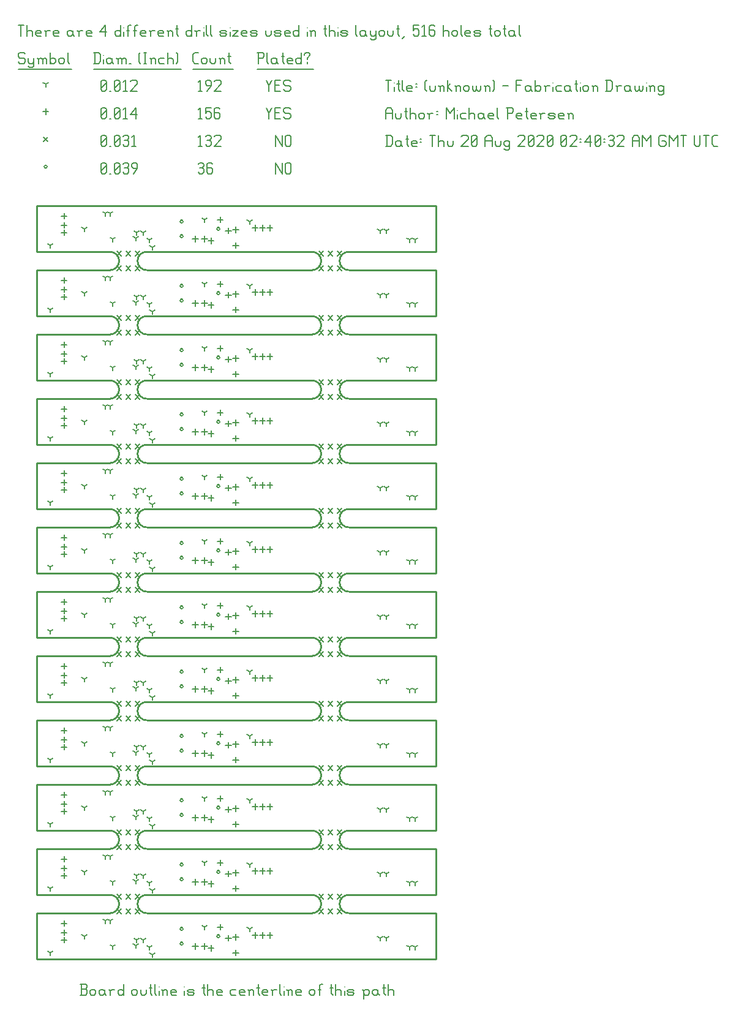
<source format=gbr>
G04 start of page 13 for group -3984 idx -3984 *
G04 Title: (unknown), fab *
G04 Creator: pcb 20140316 *
G04 CreationDate: Thu 20 Aug 2020 02:40:32 AM GMT UTC *
G04 For: railfan *
G04 Format: Gerber/RS-274X *
G04 PCB-Dimensions (mil): 2400.00 4300.00 *
G04 PCB-Coordinate-Origin: lower left *
%MOIN*%
%FSLAX25Y25*%
%LNFAB*%
%ADD80C,0.0100*%
%ADD79C,0.0075*%
%ADD78C,0.0060*%
%ADD77R,0.0080X0.0080*%
G54D77*X108200Y407500D02*G75*G03X109800Y407500I800J0D01*G01*
G75*G03X108200Y407500I-800J0D01*G01*
X88200Y411500D02*G75*G03X89800Y411500I800J0D01*G01*
G75*G03X88200Y411500I-800J0D01*G01*
Y403500D02*G75*G03X89800Y403500I800J0D01*G01*
G75*G03X88200Y403500I-800J0D01*G01*
X108200Y372500D02*G75*G03X109800Y372500I800J0D01*G01*
G75*G03X108200Y372500I-800J0D01*G01*
X88200Y376500D02*G75*G03X89800Y376500I800J0D01*G01*
G75*G03X88200Y376500I-800J0D01*G01*
Y368500D02*G75*G03X89800Y368500I800J0D01*G01*
G75*G03X88200Y368500I-800J0D01*G01*
X108200Y337500D02*G75*G03X109800Y337500I800J0D01*G01*
G75*G03X108200Y337500I-800J0D01*G01*
X88200Y341500D02*G75*G03X89800Y341500I800J0D01*G01*
G75*G03X88200Y341500I-800J0D01*G01*
Y333500D02*G75*G03X89800Y333500I800J0D01*G01*
G75*G03X88200Y333500I-800J0D01*G01*
X108200Y302500D02*G75*G03X109800Y302500I800J0D01*G01*
G75*G03X108200Y302500I-800J0D01*G01*
X88200Y306500D02*G75*G03X89800Y306500I800J0D01*G01*
G75*G03X88200Y306500I-800J0D01*G01*
Y298500D02*G75*G03X89800Y298500I800J0D01*G01*
G75*G03X88200Y298500I-800J0D01*G01*
X108200Y267500D02*G75*G03X109800Y267500I800J0D01*G01*
G75*G03X108200Y267500I-800J0D01*G01*
X88200Y271500D02*G75*G03X89800Y271500I800J0D01*G01*
G75*G03X88200Y271500I-800J0D01*G01*
Y263500D02*G75*G03X89800Y263500I800J0D01*G01*
G75*G03X88200Y263500I-800J0D01*G01*
X108200Y232500D02*G75*G03X109800Y232500I800J0D01*G01*
G75*G03X108200Y232500I-800J0D01*G01*
X88200Y236500D02*G75*G03X89800Y236500I800J0D01*G01*
G75*G03X88200Y236500I-800J0D01*G01*
Y228500D02*G75*G03X89800Y228500I800J0D01*G01*
G75*G03X88200Y228500I-800J0D01*G01*
X108200Y197500D02*G75*G03X109800Y197500I800J0D01*G01*
G75*G03X108200Y197500I-800J0D01*G01*
X88200Y201500D02*G75*G03X89800Y201500I800J0D01*G01*
G75*G03X88200Y201500I-800J0D01*G01*
Y193500D02*G75*G03X89800Y193500I800J0D01*G01*
G75*G03X88200Y193500I-800J0D01*G01*
X108200Y162500D02*G75*G03X109800Y162500I800J0D01*G01*
G75*G03X108200Y162500I-800J0D01*G01*
X88200Y166500D02*G75*G03X89800Y166500I800J0D01*G01*
G75*G03X88200Y166500I-800J0D01*G01*
Y158500D02*G75*G03X89800Y158500I800J0D01*G01*
G75*G03X88200Y158500I-800J0D01*G01*
X108200Y127500D02*G75*G03X109800Y127500I800J0D01*G01*
G75*G03X108200Y127500I-800J0D01*G01*
X88200Y131500D02*G75*G03X89800Y131500I800J0D01*G01*
G75*G03X88200Y131500I-800J0D01*G01*
Y123500D02*G75*G03X89800Y123500I800J0D01*G01*
G75*G03X88200Y123500I-800J0D01*G01*
X108200Y92500D02*G75*G03X109800Y92500I800J0D01*G01*
G75*G03X108200Y92500I-800J0D01*G01*
X88200Y96500D02*G75*G03X89800Y96500I800J0D01*G01*
G75*G03X88200Y96500I-800J0D01*G01*
Y88500D02*G75*G03X89800Y88500I800J0D01*G01*
G75*G03X88200Y88500I-800J0D01*G01*
X108200Y57500D02*G75*G03X109800Y57500I800J0D01*G01*
G75*G03X108200Y57500I-800J0D01*G01*
X88200Y61500D02*G75*G03X89800Y61500I800J0D01*G01*
G75*G03X88200Y61500I-800J0D01*G01*
Y53500D02*G75*G03X89800Y53500I800J0D01*G01*
G75*G03X88200Y53500I-800J0D01*G01*
X108200Y22500D02*G75*G03X109800Y22500I800J0D01*G01*
G75*G03X108200Y22500I-800J0D01*G01*
X88200Y26500D02*G75*G03X89800Y26500I800J0D01*G01*
G75*G03X88200Y26500I-800J0D01*G01*
Y18500D02*G75*G03X89800Y18500I800J0D01*G01*
G75*G03X88200Y18500I-800J0D01*G01*
X14200Y441250D02*G75*G03X15800Y441250I800J0D01*G01*
G75*G03X14200Y441250I-800J0D01*G01*
G54D78*X140000Y443500D02*Y437500D01*
Y443500D02*X143750Y437500D01*
Y443500D02*Y437500D01*
X145550Y442750D02*Y438250D01*
Y442750D02*X146300Y443500D01*
X147800D01*
X148550Y442750D01*
Y438250D01*
X147800Y437500D02*X148550Y438250D01*
X146300Y437500D02*X147800D01*
X145550Y438250D02*X146300Y437500D01*
X98000Y442750D02*X98750Y443500D01*
X100250D01*
X101000Y442750D01*
X100250Y437500D02*X101000Y438250D01*
X98750Y437500D02*X100250D01*
X98000Y438250D02*X98750Y437500D01*
Y440800D02*X100250D01*
X101000Y442750D02*Y441550D01*
Y440050D02*Y438250D01*
Y440050D02*X100250Y440800D01*
X101000Y441550D02*X100250Y440800D01*
X105050Y443500D02*X105800Y442750D01*
X103550Y443500D02*X105050D01*
X102800Y442750D02*X103550Y443500D01*
X102800Y442750D02*Y438250D01*
X103550Y437500D01*
X105050Y440800D02*X105800Y440050D01*
X102800Y440800D02*X105050D01*
X103550Y437500D02*X105050D01*
X105800Y438250D01*
Y440050D02*Y438250D01*
X45000D02*X45750Y437500D01*
X45000Y442750D02*Y438250D01*
Y442750D02*X45750Y443500D01*
X47250D01*
X48000Y442750D01*
Y438250D01*
X47250Y437500D02*X48000Y438250D01*
X45750Y437500D02*X47250D01*
X45000Y439000D02*X48000Y442000D01*
X49800Y437500D02*X50550D01*
X52350Y438250D02*X53100Y437500D01*
X52350Y442750D02*Y438250D01*
Y442750D02*X53100Y443500D01*
X54600D01*
X55350Y442750D01*
Y438250D01*
X54600Y437500D02*X55350Y438250D01*
X53100Y437500D02*X54600D01*
X52350Y439000D02*X55350Y442000D01*
X57150Y442750D02*X57900Y443500D01*
X59400D01*
X60150Y442750D01*
X59400Y437500D02*X60150Y438250D01*
X57900Y437500D02*X59400D01*
X57150Y438250D02*X57900Y437500D01*
Y440800D02*X59400D01*
X60150Y442750D02*Y441550D01*
Y440050D02*Y438250D01*
Y440050D02*X59400Y440800D01*
X60150Y441550D02*X59400Y440800D01*
X62700Y437500D02*X64950Y440500D01*
Y442750D02*Y440500D01*
X64200Y443500D02*X64950Y442750D01*
X62700Y443500D02*X64200D01*
X61950Y442750D02*X62700Y443500D01*
X61950Y442750D02*Y441250D01*
X62700Y440500D01*
X64950D01*
X63800Y387200D02*X66200Y384800D01*
X63800D02*X66200Y387200D01*
X53800D02*X56200Y384800D01*
X53800D02*X56200Y387200D01*
X58800D02*X61200Y384800D01*
X58800D02*X61200Y387200D01*
X63800Y395200D02*X66200Y392800D01*
X63800D02*X66200Y395200D01*
X58800D02*X61200Y392800D01*
X58800D02*X61200Y395200D01*
X53800D02*X56200Y392800D01*
X53800D02*X56200Y395200D01*
X173800Y387200D02*X176200Y384800D01*
X173800D02*X176200Y387200D01*
X163800D02*X166200Y384800D01*
X163800D02*X166200Y387200D01*
X168800D02*X171200Y384800D01*
X168800D02*X171200Y387200D01*
X173800Y395200D02*X176200Y392800D01*
X173800D02*X176200Y395200D01*
X168800D02*X171200Y392800D01*
X168800D02*X171200Y395200D01*
X163800D02*X166200Y392800D01*
X163800D02*X166200Y395200D01*
X63800Y352200D02*X66200Y349800D01*
X63800D02*X66200Y352200D01*
X53800D02*X56200Y349800D01*
X53800D02*X56200Y352200D01*
X58800D02*X61200Y349800D01*
X58800D02*X61200Y352200D01*
X63800Y360200D02*X66200Y357800D01*
X63800D02*X66200Y360200D01*
X58800D02*X61200Y357800D01*
X58800D02*X61200Y360200D01*
X53800D02*X56200Y357800D01*
X53800D02*X56200Y360200D01*
X173800Y352200D02*X176200Y349800D01*
X173800D02*X176200Y352200D01*
X163800D02*X166200Y349800D01*
X163800D02*X166200Y352200D01*
X168800D02*X171200Y349800D01*
X168800D02*X171200Y352200D01*
X173800Y360200D02*X176200Y357800D01*
X173800D02*X176200Y360200D01*
X168800D02*X171200Y357800D01*
X168800D02*X171200Y360200D01*
X163800D02*X166200Y357800D01*
X163800D02*X166200Y360200D01*
X63800Y317200D02*X66200Y314800D01*
X63800D02*X66200Y317200D01*
X53800D02*X56200Y314800D01*
X53800D02*X56200Y317200D01*
X58800D02*X61200Y314800D01*
X58800D02*X61200Y317200D01*
X63800Y325200D02*X66200Y322800D01*
X63800D02*X66200Y325200D01*
X58800D02*X61200Y322800D01*
X58800D02*X61200Y325200D01*
X53800D02*X56200Y322800D01*
X53800D02*X56200Y325200D01*
X173800Y317200D02*X176200Y314800D01*
X173800D02*X176200Y317200D01*
X163800D02*X166200Y314800D01*
X163800D02*X166200Y317200D01*
X168800D02*X171200Y314800D01*
X168800D02*X171200Y317200D01*
X173800Y325200D02*X176200Y322800D01*
X173800D02*X176200Y325200D01*
X168800D02*X171200Y322800D01*
X168800D02*X171200Y325200D01*
X163800D02*X166200Y322800D01*
X163800D02*X166200Y325200D01*
X63800Y282200D02*X66200Y279800D01*
X63800D02*X66200Y282200D01*
X53800D02*X56200Y279800D01*
X53800D02*X56200Y282200D01*
X58800D02*X61200Y279800D01*
X58800D02*X61200Y282200D01*
X63800Y290200D02*X66200Y287800D01*
X63800D02*X66200Y290200D01*
X58800D02*X61200Y287800D01*
X58800D02*X61200Y290200D01*
X53800D02*X56200Y287800D01*
X53800D02*X56200Y290200D01*
X173800Y282200D02*X176200Y279800D01*
X173800D02*X176200Y282200D01*
X163800D02*X166200Y279800D01*
X163800D02*X166200Y282200D01*
X168800D02*X171200Y279800D01*
X168800D02*X171200Y282200D01*
X173800Y290200D02*X176200Y287800D01*
X173800D02*X176200Y290200D01*
X168800D02*X171200Y287800D01*
X168800D02*X171200Y290200D01*
X163800D02*X166200Y287800D01*
X163800D02*X166200Y290200D01*
X63800Y247200D02*X66200Y244800D01*
X63800D02*X66200Y247200D01*
X53800D02*X56200Y244800D01*
X53800D02*X56200Y247200D01*
X58800D02*X61200Y244800D01*
X58800D02*X61200Y247200D01*
X63800Y255200D02*X66200Y252800D01*
X63800D02*X66200Y255200D01*
X58800D02*X61200Y252800D01*
X58800D02*X61200Y255200D01*
X53800D02*X56200Y252800D01*
X53800D02*X56200Y255200D01*
X173800Y247200D02*X176200Y244800D01*
X173800D02*X176200Y247200D01*
X163800D02*X166200Y244800D01*
X163800D02*X166200Y247200D01*
X168800D02*X171200Y244800D01*
X168800D02*X171200Y247200D01*
X173800Y255200D02*X176200Y252800D01*
X173800D02*X176200Y255200D01*
X168800D02*X171200Y252800D01*
X168800D02*X171200Y255200D01*
X163800D02*X166200Y252800D01*
X163800D02*X166200Y255200D01*
X63800Y212200D02*X66200Y209800D01*
X63800D02*X66200Y212200D01*
X53800D02*X56200Y209800D01*
X53800D02*X56200Y212200D01*
X58800D02*X61200Y209800D01*
X58800D02*X61200Y212200D01*
X63800Y220200D02*X66200Y217800D01*
X63800D02*X66200Y220200D01*
X58800D02*X61200Y217800D01*
X58800D02*X61200Y220200D01*
X53800D02*X56200Y217800D01*
X53800D02*X56200Y220200D01*
X173800Y212200D02*X176200Y209800D01*
X173800D02*X176200Y212200D01*
X163800D02*X166200Y209800D01*
X163800D02*X166200Y212200D01*
X168800D02*X171200Y209800D01*
X168800D02*X171200Y212200D01*
X173800Y220200D02*X176200Y217800D01*
X173800D02*X176200Y220200D01*
X168800D02*X171200Y217800D01*
X168800D02*X171200Y220200D01*
X163800D02*X166200Y217800D01*
X163800D02*X166200Y220200D01*
X63800Y177200D02*X66200Y174800D01*
X63800D02*X66200Y177200D01*
X53800D02*X56200Y174800D01*
X53800D02*X56200Y177200D01*
X58800D02*X61200Y174800D01*
X58800D02*X61200Y177200D01*
X63800Y185200D02*X66200Y182800D01*
X63800D02*X66200Y185200D01*
X58800D02*X61200Y182800D01*
X58800D02*X61200Y185200D01*
X53800D02*X56200Y182800D01*
X53800D02*X56200Y185200D01*
X173800Y177200D02*X176200Y174800D01*
X173800D02*X176200Y177200D01*
X163800D02*X166200Y174800D01*
X163800D02*X166200Y177200D01*
X168800D02*X171200Y174800D01*
X168800D02*X171200Y177200D01*
X173800Y185200D02*X176200Y182800D01*
X173800D02*X176200Y185200D01*
X168800D02*X171200Y182800D01*
X168800D02*X171200Y185200D01*
X163800D02*X166200Y182800D01*
X163800D02*X166200Y185200D01*
X63800Y142200D02*X66200Y139800D01*
X63800D02*X66200Y142200D01*
X53800D02*X56200Y139800D01*
X53800D02*X56200Y142200D01*
X58800D02*X61200Y139800D01*
X58800D02*X61200Y142200D01*
X63800Y150200D02*X66200Y147800D01*
X63800D02*X66200Y150200D01*
X58800D02*X61200Y147800D01*
X58800D02*X61200Y150200D01*
X53800D02*X56200Y147800D01*
X53800D02*X56200Y150200D01*
X173800Y142200D02*X176200Y139800D01*
X173800D02*X176200Y142200D01*
X163800D02*X166200Y139800D01*
X163800D02*X166200Y142200D01*
X168800D02*X171200Y139800D01*
X168800D02*X171200Y142200D01*
X173800Y150200D02*X176200Y147800D01*
X173800D02*X176200Y150200D01*
X168800D02*X171200Y147800D01*
X168800D02*X171200Y150200D01*
X163800D02*X166200Y147800D01*
X163800D02*X166200Y150200D01*
X63800Y107200D02*X66200Y104800D01*
X63800D02*X66200Y107200D01*
X53800D02*X56200Y104800D01*
X53800D02*X56200Y107200D01*
X58800D02*X61200Y104800D01*
X58800D02*X61200Y107200D01*
X63800Y115200D02*X66200Y112800D01*
X63800D02*X66200Y115200D01*
X58800D02*X61200Y112800D01*
X58800D02*X61200Y115200D01*
X53800D02*X56200Y112800D01*
X53800D02*X56200Y115200D01*
X173800Y107200D02*X176200Y104800D01*
X173800D02*X176200Y107200D01*
X163800D02*X166200Y104800D01*
X163800D02*X166200Y107200D01*
X168800D02*X171200Y104800D01*
X168800D02*X171200Y107200D01*
X173800Y115200D02*X176200Y112800D01*
X173800D02*X176200Y115200D01*
X168800D02*X171200Y112800D01*
X168800D02*X171200Y115200D01*
X163800D02*X166200Y112800D01*
X163800D02*X166200Y115200D01*
X63800Y72200D02*X66200Y69800D01*
X63800D02*X66200Y72200D01*
X53800D02*X56200Y69800D01*
X53800D02*X56200Y72200D01*
X58800D02*X61200Y69800D01*
X58800D02*X61200Y72200D01*
X63800Y80200D02*X66200Y77800D01*
X63800D02*X66200Y80200D01*
X58800D02*X61200Y77800D01*
X58800D02*X61200Y80200D01*
X53800D02*X56200Y77800D01*
X53800D02*X56200Y80200D01*
X173800Y72200D02*X176200Y69800D01*
X173800D02*X176200Y72200D01*
X163800D02*X166200Y69800D01*
X163800D02*X166200Y72200D01*
X168800D02*X171200Y69800D01*
X168800D02*X171200Y72200D01*
X173800Y80200D02*X176200Y77800D01*
X173800D02*X176200Y80200D01*
X168800D02*X171200Y77800D01*
X168800D02*X171200Y80200D01*
X163800D02*X166200Y77800D01*
X163800D02*X166200Y80200D01*
X63800Y37200D02*X66200Y34800D01*
X63800D02*X66200Y37200D01*
X53800D02*X56200Y34800D01*
X53800D02*X56200Y37200D01*
X58800D02*X61200Y34800D01*
X58800D02*X61200Y37200D01*
X63800Y45200D02*X66200Y42800D01*
X63800D02*X66200Y45200D01*
X58800D02*X61200Y42800D01*
X58800D02*X61200Y45200D01*
X53800D02*X56200Y42800D01*
X53800D02*X56200Y45200D01*
X173800Y37200D02*X176200Y34800D01*
X173800D02*X176200Y37200D01*
X163800D02*X166200Y34800D01*
X163800D02*X166200Y37200D01*
X168800D02*X171200Y34800D01*
X168800D02*X171200Y37200D01*
X173800Y45200D02*X176200Y42800D01*
X173800D02*X176200Y45200D01*
X168800D02*X171200Y42800D01*
X168800D02*X171200Y45200D01*
X163800D02*X166200Y42800D01*
X163800D02*X166200Y45200D01*
X13800Y457450D02*X16200Y455050D01*
X13800D02*X16200Y457450D01*
X140000Y458500D02*Y452500D01*
Y458500D02*X143750Y452500D01*
Y458500D02*Y452500D01*
X145550Y457750D02*Y453250D01*
Y457750D02*X146300Y458500D01*
X147800D01*
X148550Y457750D01*
Y453250D01*
X147800Y452500D02*X148550Y453250D01*
X146300Y452500D02*X147800D01*
X145550Y453250D02*X146300Y452500D01*
X98000Y457300D02*X99200Y458500D01*
Y452500D01*
X98000D02*X100250D01*
X102050Y457750D02*X102800Y458500D01*
X104300D01*
X105050Y457750D01*
X104300Y452500D02*X105050Y453250D01*
X102800Y452500D02*X104300D01*
X102050Y453250D02*X102800Y452500D01*
Y455800D02*X104300D01*
X105050Y457750D02*Y456550D01*
Y455050D02*Y453250D01*
Y455050D02*X104300Y455800D01*
X105050Y456550D02*X104300Y455800D01*
X106850Y457750D02*X107600Y458500D01*
X109850D01*
X110600Y457750D01*
Y456250D01*
X106850Y452500D02*X110600Y456250D01*
X106850Y452500D02*X110600D01*
X45000Y453250D02*X45750Y452500D01*
X45000Y457750D02*Y453250D01*
Y457750D02*X45750Y458500D01*
X47250D01*
X48000Y457750D01*
Y453250D01*
X47250Y452500D02*X48000Y453250D01*
X45750Y452500D02*X47250D01*
X45000Y454000D02*X48000Y457000D01*
X49800Y452500D02*X50550D01*
X52350Y453250D02*X53100Y452500D01*
X52350Y457750D02*Y453250D01*
Y457750D02*X53100Y458500D01*
X54600D01*
X55350Y457750D01*
Y453250D01*
X54600Y452500D02*X55350Y453250D01*
X53100Y452500D02*X54600D01*
X52350Y454000D02*X55350Y457000D01*
X57150Y457750D02*X57900Y458500D01*
X59400D01*
X60150Y457750D01*
X59400Y452500D02*X60150Y453250D01*
X57900Y452500D02*X59400D01*
X57150Y453250D02*X57900Y452500D01*
Y455800D02*X59400D01*
X60150Y457750D02*Y456550D01*
Y455050D02*Y453250D01*
Y455050D02*X59400Y455800D01*
X60150Y456550D02*X59400Y455800D01*
X61950Y457300D02*X63150Y458500D01*
Y452500D01*
X61950D02*X64200D01*
X25000Y416100D02*Y412900D01*
X23400Y414500D02*X26600D01*
X25000Y407100D02*Y403900D01*
X23400Y405500D02*X26600D01*
X25000Y411100D02*Y407900D01*
X23400Y409500D02*X26600D01*
X96500Y403600D02*Y400400D01*
X94900Y402000D02*X98100D01*
X101500Y403600D02*Y400400D01*
X99900Y402000D02*X103100D01*
X105000Y402600D02*Y399400D01*
X103400Y401000D02*X106600D01*
X118500Y400100D02*Y396900D01*
X116900Y398500D02*X120100D01*
X118500Y408600D02*Y405400D01*
X116900Y407000D02*X120100D01*
X114500Y408100D02*Y404900D01*
X112900Y406500D02*X116100D01*
X110000Y414100D02*Y410900D01*
X108400Y412500D02*X111600D01*
X133000Y409600D02*Y406400D01*
X131400Y408000D02*X134600D01*
X137000Y409600D02*Y406400D01*
X135400Y408000D02*X138600D01*
X129000Y409600D02*Y406400D01*
X127400Y408000D02*X130600D01*
X25000Y381100D02*Y377900D01*
X23400Y379500D02*X26600D01*
X25000Y372100D02*Y368900D01*
X23400Y370500D02*X26600D01*
X25000Y376100D02*Y372900D01*
X23400Y374500D02*X26600D01*
X96500Y368600D02*Y365400D01*
X94900Y367000D02*X98100D01*
X101500Y368600D02*Y365400D01*
X99900Y367000D02*X103100D01*
X105000Y367600D02*Y364400D01*
X103400Y366000D02*X106600D01*
X118500Y365100D02*Y361900D01*
X116900Y363500D02*X120100D01*
X118500Y373600D02*Y370400D01*
X116900Y372000D02*X120100D01*
X114500Y373100D02*Y369900D01*
X112900Y371500D02*X116100D01*
X110000Y379100D02*Y375900D01*
X108400Y377500D02*X111600D01*
X133000Y374600D02*Y371400D01*
X131400Y373000D02*X134600D01*
X137000Y374600D02*Y371400D01*
X135400Y373000D02*X138600D01*
X129000Y374600D02*Y371400D01*
X127400Y373000D02*X130600D01*
X25000Y346100D02*Y342900D01*
X23400Y344500D02*X26600D01*
X25000Y337100D02*Y333900D01*
X23400Y335500D02*X26600D01*
X25000Y341100D02*Y337900D01*
X23400Y339500D02*X26600D01*
X96500Y333600D02*Y330400D01*
X94900Y332000D02*X98100D01*
X101500Y333600D02*Y330400D01*
X99900Y332000D02*X103100D01*
X105000Y332600D02*Y329400D01*
X103400Y331000D02*X106600D01*
X118500Y330100D02*Y326900D01*
X116900Y328500D02*X120100D01*
X118500Y338600D02*Y335400D01*
X116900Y337000D02*X120100D01*
X114500Y338100D02*Y334900D01*
X112900Y336500D02*X116100D01*
X110000Y344100D02*Y340900D01*
X108400Y342500D02*X111600D01*
X133000Y339600D02*Y336400D01*
X131400Y338000D02*X134600D01*
X137000Y339600D02*Y336400D01*
X135400Y338000D02*X138600D01*
X129000Y339600D02*Y336400D01*
X127400Y338000D02*X130600D01*
X25000Y311100D02*Y307900D01*
X23400Y309500D02*X26600D01*
X25000Y302100D02*Y298900D01*
X23400Y300500D02*X26600D01*
X25000Y306100D02*Y302900D01*
X23400Y304500D02*X26600D01*
X96500Y298600D02*Y295400D01*
X94900Y297000D02*X98100D01*
X101500Y298600D02*Y295400D01*
X99900Y297000D02*X103100D01*
X105000Y297600D02*Y294400D01*
X103400Y296000D02*X106600D01*
X118500Y295100D02*Y291900D01*
X116900Y293500D02*X120100D01*
X118500Y303600D02*Y300400D01*
X116900Y302000D02*X120100D01*
X114500Y303100D02*Y299900D01*
X112900Y301500D02*X116100D01*
X110000Y309100D02*Y305900D01*
X108400Y307500D02*X111600D01*
X133000Y304600D02*Y301400D01*
X131400Y303000D02*X134600D01*
X137000Y304600D02*Y301400D01*
X135400Y303000D02*X138600D01*
X129000Y304600D02*Y301400D01*
X127400Y303000D02*X130600D01*
X25000Y276100D02*Y272900D01*
X23400Y274500D02*X26600D01*
X25000Y267100D02*Y263900D01*
X23400Y265500D02*X26600D01*
X25000Y271100D02*Y267900D01*
X23400Y269500D02*X26600D01*
X96500Y263600D02*Y260400D01*
X94900Y262000D02*X98100D01*
X101500Y263600D02*Y260400D01*
X99900Y262000D02*X103100D01*
X105000Y262600D02*Y259400D01*
X103400Y261000D02*X106600D01*
X118500Y260100D02*Y256900D01*
X116900Y258500D02*X120100D01*
X118500Y268600D02*Y265400D01*
X116900Y267000D02*X120100D01*
X114500Y268100D02*Y264900D01*
X112900Y266500D02*X116100D01*
X110000Y274100D02*Y270900D01*
X108400Y272500D02*X111600D01*
X133000Y269600D02*Y266400D01*
X131400Y268000D02*X134600D01*
X137000Y269600D02*Y266400D01*
X135400Y268000D02*X138600D01*
X129000Y269600D02*Y266400D01*
X127400Y268000D02*X130600D01*
X25000Y241100D02*Y237900D01*
X23400Y239500D02*X26600D01*
X25000Y232100D02*Y228900D01*
X23400Y230500D02*X26600D01*
X25000Y236100D02*Y232900D01*
X23400Y234500D02*X26600D01*
X96500Y228600D02*Y225400D01*
X94900Y227000D02*X98100D01*
X101500Y228600D02*Y225400D01*
X99900Y227000D02*X103100D01*
X105000Y227600D02*Y224400D01*
X103400Y226000D02*X106600D01*
X118500Y225100D02*Y221900D01*
X116900Y223500D02*X120100D01*
X118500Y233600D02*Y230400D01*
X116900Y232000D02*X120100D01*
X114500Y233100D02*Y229900D01*
X112900Y231500D02*X116100D01*
X110000Y239100D02*Y235900D01*
X108400Y237500D02*X111600D01*
X133000Y234600D02*Y231400D01*
X131400Y233000D02*X134600D01*
X137000Y234600D02*Y231400D01*
X135400Y233000D02*X138600D01*
X129000Y234600D02*Y231400D01*
X127400Y233000D02*X130600D01*
X25000Y206100D02*Y202900D01*
X23400Y204500D02*X26600D01*
X25000Y197100D02*Y193900D01*
X23400Y195500D02*X26600D01*
X25000Y201100D02*Y197900D01*
X23400Y199500D02*X26600D01*
X96500Y193600D02*Y190400D01*
X94900Y192000D02*X98100D01*
X101500Y193600D02*Y190400D01*
X99900Y192000D02*X103100D01*
X105000Y192600D02*Y189400D01*
X103400Y191000D02*X106600D01*
X118500Y190100D02*Y186900D01*
X116900Y188500D02*X120100D01*
X118500Y198600D02*Y195400D01*
X116900Y197000D02*X120100D01*
X114500Y198100D02*Y194900D01*
X112900Y196500D02*X116100D01*
X110000Y204100D02*Y200900D01*
X108400Y202500D02*X111600D01*
X133000Y199600D02*Y196400D01*
X131400Y198000D02*X134600D01*
X137000Y199600D02*Y196400D01*
X135400Y198000D02*X138600D01*
X129000Y199600D02*Y196400D01*
X127400Y198000D02*X130600D01*
X25000Y171100D02*Y167900D01*
X23400Y169500D02*X26600D01*
X25000Y162100D02*Y158900D01*
X23400Y160500D02*X26600D01*
X25000Y166100D02*Y162900D01*
X23400Y164500D02*X26600D01*
X96500Y158600D02*Y155400D01*
X94900Y157000D02*X98100D01*
X101500Y158600D02*Y155400D01*
X99900Y157000D02*X103100D01*
X105000Y157600D02*Y154400D01*
X103400Y156000D02*X106600D01*
X118500Y155100D02*Y151900D01*
X116900Y153500D02*X120100D01*
X118500Y163600D02*Y160400D01*
X116900Y162000D02*X120100D01*
X114500Y163100D02*Y159900D01*
X112900Y161500D02*X116100D01*
X110000Y169100D02*Y165900D01*
X108400Y167500D02*X111600D01*
X133000Y164600D02*Y161400D01*
X131400Y163000D02*X134600D01*
X137000Y164600D02*Y161400D01*
X135400Y163000D02*X138600D01*
X129000Y164600D02*Y161400D01*
X127400Y163000D02*X130600D01*
X25000Y136100D02*Y132900D01*
X23400Y134500D02*X26600D01*
X25000Y127100D02*Y123900D01*
X23400Y125500D02*X26600D01*
X25000Y131100D02*Y127900D01*
X23400Y129500D02*X26600D01*
X96500Y123600D02*Y120400D01*
X94900Y122000D02*X98100D01*
X101500Y123600D02*Y120400D01*
X99900Y122000D02*X103100D01*
X105000Y122600D02*Y119400D01*
X103400Y121000D02*X106600D01*
X118500Y120100D02*Y116900D01*
X116900Y118500D02*X120100D01*
X118500Y128600D02*Y125400D01*
X116900Y127000D02*X120100D01*
X114500Y128100D02*Y124900D01*
X112900Y126500D02*X116100D01*
X110000Y134100D02*Y130900D01*
X108400Y132500D02*X111600D01*
X133000Y129600D02*Y126400D01*
X131400Y128000D02*X134600D01*
X137000Y129600D02*Y126400D01*
X135400Y128000D02*X138600D01*
X129000Y129600D02*Y126400D01*
X127400Y128000D02*X130600D01*
X25000Y101100D02*Y97900D01*
X23400Y99500D02*X26600D01*
X25000Y92100D02*Y88900D01*
X23400Y90500D02*X26600D01*
X25000Y96100D02*Y92900D01*
X23400Y94500D02*X26600D01*
X96500Y88600D02*Y85400D01*
X94900Y87000D02*X98100D01*
X101500Y88600D02*Y85400D01*
X99900Y87000D02*X103100D01*
X105000Y87600D02*Y84400D01*
X103400Y86000D02*X106600D01*
X118500Y85100D02*Y81900D01*
X116900Y83500D02*X120100D01*
X118500Y93600D02*Y90400D01*
X116900Y92000D02*X120100D01*
X114500Y93100D02*Y89900D01*
X112900Y91500D02*X116100D01*
X110000Y99100D02*Y95900D01*
X108400Y97500D02*X111600D01*
X133000Y94600D02*Y91400D01*
X131400Y93000D02*X134600D01*
X137000Y94600D02*Y91400D01*
X135400Y93000D02*X138600D01*
X129000Y94600D02*Y91400D01*
X127400Y93000D02*X130600D01*
X25000Y66100D02*Y62900D01*
X23400Y64500D02*X26600D01*
X25000Y57100D02*Y53900D01*
X23400Y55500D02*X26600D01*
X25000Y61100D02*Y57900D01*
X23400Y59500D02*X26600D01*
X96500Y53600D02*Y50400D01*
X94900Y52000D02*X98100D01*
X101500Y53600D02*Y50400D01*
X99900Y52000D02*X103100D01*
X105000Y52600D02*Y49400D01*
X103400Y51000D02*X106600D01*
X118500Y50100D02*Y46900D01*
X116900Y48500D02*X120100D01*
X118500Y58600D02*Y55400D01*
X116900Y57000D02*X120100D01*
X114500Y58100D02*Y54900D01*
X112900Y56500D02*X116100D01*
X110000Y64100D02*Y60900D01*
X108400Y62500D02*X111600D01*
X133000Y59600D02*Y56400D01*
X131400Y58000D02*X134600D01*
X137000Y59600D02*Y56400D01*
X135400Y58000D02*X138600D01*
X129000Y59600D02*Y56400D01*
X127400Y58000D02*X130600D01*
X25000Y31100D02*Y27900D01*
X23400Y29500D02*X26600D01*
X25000Y22100D02*Y18900D01*
X23400Y20500D02*X26600D01*
X25000Y26100D02*Y22900D01*
X23400Y24500D02*X26600D01*
X96500Y18600D02*Y15400D01*
X94900Y17000D02*X98100D01*
X101500Y18600D02*Y15400D01*
X99900Y17000D02*X103100D01*
X105000Y17600D02*Y14400D01*
X103400Y16000D02*X106600D01*
X118500Y15100D02*Y11900D01*
X116900Y13500D02*X120100D01*
X118500Y23600D02*Y20400D01*
X116900Y22000D02*X120100D01*
X114500Y23100D02*Y19900D01*
X112900Y21500D02*X116100D01*
X110000Y29100D02*Y25900D01*
X108400Y27500D02*X111600D01*
X133000Y24600D02*Y21400D01*
X131400Y23000D02*X134600D01*
X137000Y24600D02*Y21400D01*
X135400Y23000D02*X138600D01*
X129000Y24600D02*Y21400D01*
X127400Y23000D02*X130600D01*
X15000Y472850D02*Y469650D01*
X13400Y471250D02*X16600D01*
X135000Y473500D02*X136500Y470500D01*
X138000Y473500D01*
X136500Y470500D02*Y467500D01*
X139800Y470800D02*X142050D01*
X139800Y467500D02*X142800D01*
X139800Y473500D02*Y467500D01*
Y473500D02*X142800D01*
X147600D02*X148350Y472750D01*
X145350Y473500D02*X147600D01*
X144600Y472750D02*X145350Y473500D01*
X144600Y472750D02*Y471250D01*
X145350Y470500D01*
X147600D01*
X148350Y469750D01*
Y468250D01*
X147600Y467500D02*X148350Y468250D01*
X145350Y467500D02*X147600D01*
X144600Y468250D02*X145350Y467500D01*
X98000Y472300D02*X99200Y473500D01*
Y467500D01*
X98000D02*X100250D01*
X102050Y473500D02*X105050D01*
X102050D02*Y470500D01*
X102800Y471250D01*
X104300D01*
X105050Y470500D01*
Y468250D01*
X104300Y467500D02*X105050Y468250D01*
X102800Y467500D02*X104300D01*
X102050Y468250D02*X102800Y467500D01*
X109100Y473500D02*X109850Y472750D01*
X107600Y473500D02*X109100D01*
X106850Y472750D02*X107600Y473500D01*
X106850Y472750D02*Y468250D01*
X107600Y467500D01*
X109100Y470800D02*X109850Y470050D01*
X106850Y470800D02*X109100D01*
X107600Y467500D02*X109100D01*
X109850Y468250D01*
Y470050D02*Y468250D01*
X45000D02*X45750Y467500D01*
X45000Y472750D02*Y468250D01*
Y472750D02*X45750Y473500D01*
X47250D01*
X48000Y472750D01*
Y468250D01*
X47250Y467500D02*X48000Y468250D01*
X45750Y467500D02*X47250D01*
X45000Y469000D02*X48000Y472000D01*
X49800Y467500D02*X50550D01*
X52350Y468250D02*X53100Y467500D01*
X52350Y472750D02*Y468250D01*
Y472750D02*X53100Y473500D01*
X54600D01*
X55350Y472750D01*
Y468250D01*
X54600Y467500D02*X55350Y468250D01*
X53100Y467500D02*X54600D01*
X52350Y469000D02*X55350Y472000D01*
X57150Y472300D02*X58350Y473500D01*
Y467500D01*
X57150D02*X59400D01*
X61200Y469750D02*X64200Y473500D01*
X61200Y469750D02*X64950D01*
X64200Y473500D02*Y467500D01*
X36000Y407500D02*Y405900D01*
Y407500D02*X37387Y408300D01*
X36000Y407500D02*X34613Y408300D01*
X51500Y402000D02*Y400400D01*
Y402000D02*X52887Y402800D01*
X51500Y402000D02*X50113Y402800D01*
X47500Y416000D02*Y414400D01*
Y416000D02*X48887Y416800D01*
X47500Y416000D02*X46113Y416800D01*
X50000Y416000D02*Y414400D01*
Y416000D02*X51387Y416800D01*
X50000Y416000D02*X48613Y416800D01*
X126000Y411500D02*Y409900D01*
Y411500D02*X127387Y412300D01*
X126000Y411500D02*X124613Y412300D01*
X213000Y401594D02*Y399994D01*
Y401594D02*X214387Y402394D01*
X213000Y401594D02*X211613Y402394D01*
X216000Y401594D02*Y399994D01*
Y401594D02*X217387Y402394D01*
X216000Y401594D02*X214613Y402394D01*
X200500Y406500D02*Y404900D01*
Y406500D02*X201887Y407300D01*
X200500Y406500D02*X199113Y407300D01*
X197000Y406500D02*Y404900D01*
Y406500D02*X198387Y407300D01*
X197000Y406500D02*X195613Y407300D01*
X101500Y412500D02*Y410900D01*
Y412500D02*X102887Y413300D01*
X101500Y412500D02*X100113Y413300D01*
X73000Y397500D02*Y395900D01*
Y397500D02*X74387Y398300D01*
X73000Y397500D02*X71613Y398300D01*
X71500Y401500D02*Y399900D01*
Y401500D02*X72887Y402300D01*
X71500Y401500D02*X70113Y402300D01*
X64000Y402500D02*Y400900D01*
Y402500D02*X65387Y403300D01*
X64000Y402500D02*X62613Y403300D01*
X64500Y405500D02*Y403900D01*
Y405500D02*X65887Y406300D01*
X64500Y405500D02*X63113Y406300D01*
X68000Y405500D02*Y403900D01*
Y405500D02*X69387Y406300D01*
X68000Y405500D02*X66613Y406300D01*
X17500Y398500D02*Y396900D01*
Y398500D02*X18887Y399300D01*
X17500Y398500D02*X16113Y399300D01*
X36000Y372500D02*Y370900D01*
Y372500D02*X37387Y373300D01*
X36000Y372500D02*X34613Y373300D01*
X51500Y367000D02*Y365400D01*
Y367000D02*X52887Y367800D01*
X51500Y367000D02*X50113Y367800D01*
X47500Y381000D02*Y379400D01*
Y381000D02*X48887Y381800D01*
X47500Y381000D02*X46113Y381800D01*
X50000Y381000D02*Y379400D01*
Y381000D02*X51387Y381800D01*
X50000Y381000D02*X48613Y381800D01*
X126000Y376500D02*Y374900D01*
Y376500D02*X127387Y377300D01*
X126000Y376500D02*X124613Y377300D01*
X213000Y366594D02*Y364994D01*
Y366594D02*X214387Y367394D01*
X213000Y366594D02*X211613Y367394D01*
X216000Y366594D02*Y364994D01*
Y366594D02*X217387Y367394D01*
X216000Y366594D02*X214613Y367394D01*
X200500Y371500D02*Y369900D01*
Y371500D02*X201887Y372300D01*
X200500Y371500D02*X199113Y372300D01*
X197000Y371500D02*Y369900D01*
Y371500D02*X198387Y372300D01*
X197000Y371500D02*X195613Y372300D01*
X101500Y377500D02*Y375900D01*
Y377500D02*X102887Y378300D01*
X101500Y377500D02*X100113Y378300D01*
X73000Y362500D02*Y360900D01*
Y362500D02*X74387Y363300D01*
X73000Y362500D02*X71613Y363300D01*
X71500Y366500D02*Y364900D01*
Y366500D02*X72887Y367300D01*
X71500Y366500D02*X70113Y367300D01*
X64000Y367500D02*Y365900D01*
Y367500D02*X65387Y368300D01*
X64000Y367500D02*X62613Y368300D01*
X64500Y370500D02*Y368900D01*
Y370500D02*X65887Y371300D01*
X64500Y370500D02*X63113Y371300D01*
X68000Y370500D02*Y368900D01*
Y370500D02*X69387Y371300D01*
X68000Y370500D02*X66613Y371300D01*
X17500Y363500D02*Y361900D01*
Y363500D02*X18887Y364300D01*
X17500Y363500D02*X16113Y364300D01*
X36000Y337500D02*Y335900D01*
Y337500D02*X37387Y338300D01*
X36000Y337500D02*X34613Y338300D01*
X51500Y332000D02*Y330400D01*
Y332000D02*X52887Y332800D01*
X51500Y332000D02*X50113Y332800D01*
X47500Y346000D02*Y344400D01*
Y346000D02*X48887Y346800D01*
X47500Y346000D02*X46113Y346800D01*
X50000Y346000D02*Y344400D01*
Y346000D02*X51387Y346800D01*
X50000Y346000D02*X48613Y346800D01*
X126000Y341500D02*Y339900D01*
Y341500D02*X127387Y342300D01*
X126000Y341500D02*X124613Y342300D01*
X213000Y331594D02*Y329994D01*
Y331594D02*X214387Y332394D01*
X213000Y331594D02*X211613Y332394D01*
X216000Y331594D02*Y329994D01*
Y331594D02*X217387Y332394D01*
X216000Y331594D02*X214613Y332394D01*
X200500Y336500D02*Y334900D01*
Y336500D02*X201887Y337300D01*
X200500Y336500D02*X199113Y337300D01*
X197000Y336500D02*Y334900D01*
Y336500D02*X198387Y337300D01*
X197000Y336500D02*X195613Y337300D01*
X101500Y342500D02*Y340900D01*
Y342500D02*X102887Y343300D01*
X101500Y342500D02*X100113Y343300D01*
X73000Y327500D02*Y325900D01*
Y327500D02*X74387Y328300D01*
X73000Y327500D02*X71613Y328300D01*
X71500Y331500D02*Y329900D01*
Y331500D02*X72887Y332300D01*
X71500Y331500D02*X70113Y332300D01*
X64000Y332500D02*Y330900D01*
Y332500D02*X65387Y333300D01*
X64000Y332500D02*X62613Y333300D01*
X64500Y335500D02*Y333900D01*
Y335500D02*X65887Y336300D01*
X64500Y335500D02*X63113Y336300D01*
X68000Y335500D02*Y333900D01*
Y335500D02*X69387Y336300D01*
X68000Y335500D02*X66613Y336300D01*
X17500Y328500D02*Y326900D01*
Y328500D02*X18887Y329300D01*
X17500Y328500D02*X16113Y329300D01*
X36000Y302500D02*Y300900D01*
Y302500D02*X37387Y303300D01*
X36000Y302500D02*X34613Y303300D01*
X51500Y297000D02*Y295400D01*
Y297000D02*X52887Y297800D01*
X51500Y297000D02*X50113Y297800D01*
X47500Y311000D02*Y309400D01*
Y311000D02*X48887Y311800D01*
X47500Y311000D02*X46113Y311800D01*
X50000Y311000D02*Y309400D01*
Y311000D02*X51387Y311800D01*
X50000Y311000D02*X48613Y311800D01*
X126000Y306500D02*Y304900D01*
Y306500D02*X127387Y307300D01*
X126000Y306500D02*X124613Y307300D01*
X213000Y296594D02*Y294994D01*
Y296594D02*X214387Y297394D01*
X213000Y296594D02*X211613Y297394D01*
X216000Y296594D02*Y294994D01*
Y296594D02*X217387Y297394D01*
X216000Y296594D02*X214613Y297394D01*
X200500Y301500D02*Y299900D01*
Y301500D02*X201887Y302300D01*
X200500Y301500D02*X199113Y302300D01*
X197000Y301500D02*Y299900D01*
Y301500D02*X198387Y302300D01*
X197000Y301500D02*X195613Y302300D01*
X101500Y307500D02*Y305900D01*
Y307500D02*X102887Y308300D01*
X101500Y307500D02*X100113Y308300D01*
X73000Y292500D02*Y290900D01*
Y292500D02*X74387Y293300D01*
X73000Y292500D02*X71613Y293300D01*
X71500Y296500D02*Y294900D01*
Y296500D02*X72887Y297300D01*
X71500Y296500D02*X70113Y297300D01*
X64000Y297500D02*Y295900D01*
Y297500D02*X65387Y298300D01*
X64000Y297500D02*X62613Y298300D01*
X64500Y300500D02*Y298900D01*
Y300500D02*X65887Y301300D01*
X64500Y300500D02*X63113Y301300D01*
X68000Y300500D02*Y298900D01*
Y300500D02*X69387Y301300D01*
X68000Y300500D02*X66613Y301300D01*
X17500Y293500D02*Y291900D01*
Y293500D02*X18887Y294300D01*
X17500Y293500D02*X16113Y294300D01*
X36000Y267500D02*Y265900D01*
Y267500D02*X37387Y268300D01*
X36000Y267500D02*X34613Y268300D01*
X51500Y262000D02*Y260400D01*
Y262000D02*X52887Y262800D01*
X51500Y262000D02*X50113Y262800D01*
X47500Y276000D02*Y274400D01*
Y276000D02*X48887Y276800D01*
X47500Y276000D02*X46113Y276800D01*
X50000Y276000D02*Y274400D01*
Y276000D02*X51387Y276800D01*
X50000Y276000D02*X48613Y276800D01*
X126000Y271500D02*Y269900D01*
Y271500D02*X127387Y272300D01*
X126000Y271500D02*X124613Y272300D01*
X213000Y261594D02*Y259994D01*
Y261594D02*X214387Y262394D01*
X213000Y261594D02*X211613Y262394D01*
X216000Y261594D02*Y259994D01*
Y261594D02*X217387Y262394D01*
X216000Y261594D02*X214613Y262394D01*
X200500Y266500D02*Y264900D01*
Y266500D02*X201887Y267300D01*
X200500Y266500D02*X199113Y267300D01*
X197000Y266500D02*Y264900D01*
Y266500D02*X198387Y267300D01*
X197000Y266500D02*X195613Y267300D01*
X101500Y272500D02*Y270900D01*
Y272500D02*X102887Y273300D01*
X101500Y272500D02*X100113Y273300D01*
X73000Y257500D02*Y255900D01*
Y257500D02*X74387Y258300D01*
X73000Y257500D02*X71613Y258300D01*
X71500Y261500D02*Y259900D01*
Y261500D02*X72887Y262300D01*
X71500Y261500D02*X70113Y262300D01*
X64000Y262500D02*Y260900D01*
Y262500D02*X65387Y263300D01*
X64000Y262500D02*X62613Y263300D01*
X64500Y265500D02*Y263900D01*
Y265500D02*X65887Y266300D01*
X64500Y265500D02*X63113Y266300D01*
X68000Y265500D02*Y263900D01*
Y265500D02*X69387Y266300D01*
X68000Y265500D02*X66613Y266300D01*
X17500Y258500D02*Y256900D01*
Y258500D02*X18887Y259300D01*
X17500Y258500D02*X16113Y259300D01*
X36000Y232500D02*Y230900D01*
Y232500D02*X37387Y233300D01*
X36000Y232500D02*X34613Y233300D01*
X51500Y227000D02*Y225400D01*
Y227000D02*X52887Y227800D01*
X51500Y227000D02*X50113Y227800D01*
X47500Y241000D02*Y239400D01*
Y241000D02*X48887Y241800D01*
X47500Y241000D02*X46113Y241800D01*
X50000Y241000D02*Y239400D01*
Y241000D02*X51387Y241800D01*
X50000Y241000D02*X48613Y241800D01*
X126000Y236500D02*Y234900D01*
Y236500D02*X127387Y237300D01*
X126000Y236500D02*X124613Y237300D01*
X213000Y226594D02*Y224994D01*
Y226594D02*X214387Y227394D01*
X213000Y226594D02*X211613Y227394D01*
X216000Y226594D02*Y224994D01*
Y226594D02*X217387Y227394D01*
X216000Y226594D02*X214613Y227394D01*
X200500Y231500D02*Y229900D01*
Y231500D02*X201887Y232300D01*
X200500Y231500D02*X199113Y232300D01*
X197000Y231500D02*Y229900D01*
Y231500D02*X198387Y232300D01*
X197000Y231500D02*X195613Y232300D01*
X101500Y237500D02*Y235900D01*
Y237500D02*X102887Y238300D01*
X101500Y237500D02*X100113Y238300D01*
X73000Y222500D02*Y220900D01*
Y222500D02*X74387Y223300D01*
X73000Y222500D02*X71613Y223300D01*
X71500Y226500D02*Y224900D01*
Y226500D02*X72887Y227300D01*
X71500Y226500D02*X70113Y227300D01*
X64000Y227500D02*Y225900D01*
Y227500D02*X65387Y228300D01*
X64000Y227500D02*X62613Y228300D01*
X64500Y230500D02*Y228900D01*
Y230500D02*X65887Y231300D01*
X64500Y230500D02*X63113Y231300D01*
X68000Y230500D02*Y228900D01*
Y230500D02*X69387Y231300D01*
X68000Y230500D02*X66613Y231300D01*
X17500Y223500D02*Y221900D01*
Y223500D02*X18887Y224300D01*
X17500Y223500D02*X16113Y224300D01*
X36000Y197500D02*Y195900D01*
Y197500D02*X37387Y198300D01*
X36000Y197500D02*X34613Y198300D01*
X51500Y192000D02*Y190400D01*
Y192000D02*X52887Y192800D01*
X51500Y192000D02*X50113Y192800D01*
X47500Y206000D02*Y204400D01*
Y206000D02*X48887Y206800D01*
X47500Y206000D02*X46113Y206800D01*
X50000Y206000D02*Y204400D01*
Y206000D02*X51387Y206800D01*
X50000Y206000D02*X48613Y206800D01*
X126000Y201500D02*Y199900D01*
Y201500D02*X127387Y202300D01*
X126000Y201500D02*X124613Y202300D01*
X213000Y191594D02*Y189994D01*
Y191594D02*X214387Y192394D01*
X213000Y191594D02*X211613Y192394D01*
X216000Y191594D02*Y189994D01*
Y191594D02*X217387Y192394D01*
X216000Y191594D02*X214613Y192394D01*
X200500Y196500D02*Y194900D01*
Y196500D02*X201887Y197300D01*
X200500Y196500D02*X199113Y197300D01*
X197000Y196500D02*Y194900D01*
Y196500D02*X198387Y197300D01*
X197000Y196500D02*X195613Y197300D01*
X101500Y202500D02*Y200900D01*
Y202500D02*X102887Y203300D01*
X101500Y202500D02*X100113Y203300D01*
X73000Y187500D02*Y185900D01*
Y187500D02*X74387Y188300D01*
X73000Y187500D02*X71613Y188300D01*
X71500Y191500D02*Y189900D01*
Y191500D02*X72887Y192300D01*
X71500Y191500D02*X70113Y192300D01*
X64000Y192500D02*Y190900D01*
Y192500D02*X65387Y193300D01*
X64000Y192500D02*X62613Y193300D01*
X64500Y195500D02*Y193900D01*
Y195500D02*X65887Y196300D01*
X64500Y195500D02*X63113Y196300D01*
X68000Y195500D02*Y193900D01*
Y195500D02*X69387Y196300D01*
X68000Y195500D02*X66613Y196300D01*
X17500Y188500D02*Y186900D01*
Y188500D02*X18887Y189300D01*
X17500Y188500D02*X16113Y189300D01*
X36000Y162500D02*Y160900D01*
Y162500D02*X37387Y163300D01*
X36000Y162500D02*X34613Y163300D01*
X51500Y157000D02*Y155400D01*
Y157000D02*X52887Y157800D01*
X51500Y157000D02*X50113Y157800D01*
X47500Y171000D02*Y169400D01*
Y171000D02*X48887Y171800D01*
X47500Y171000D02*X46113Y171800D01*
X50000Y171000D02*Y169400D01*
Y171000D02*X51387Y171800D01*
X50000Y171000D02*X48613Y171800D01*
X126000Y166500D02*Y164900D01*
Y166500D02*X127387Y167300D01*
X126000Y166500D02*X124613Y167300D01*
X213000Y156594D02*Y154994D01*
Y156594D02*X214387Y157394D01*
X213000Y156594D02*X211613Y157394D01*
X216000Y156594D02*Y154994D01*
Y156594D02*X217387Y157394D01*
X216000Y156594D02*X214613Y157394D01*
X200500Y161500D02*Y159900D01*
Y161500D02*X201887Y162300D01*
X200500Y161500D02*X199113Y162300D01*
X197000Y161500D02*Y159900D01*
Y161500D02*X198387Y162300D01*
X197000Y161500D02*X195613Y162300D01*
X101500Y167500D02*Y165900D01*
Y167500D02*X102887Y168300D01*
X101500Y167500D02*X100113Y168300D01*
X73000Y152500D02*Y150900D01*
Y152500D02*X74387Y153300D01*
X73000Y152500D02*X71613Y153300D01*
X71500Y156500D02*Y154900D01*
Y156500D02*X72887Y157300D01*
X71500Y156500D02*X70113Y157300D01*
X64000Y157500D02*Y155900D01*
Y157500D02*X65387Y158300D01*
X64000Y157500D02*X62613Y158300D01*
X64500Y160500D02*Y158900D01*
Y160500D02*X65887Y161300D01*
X64500Y160500D02*X63113Y161300D01*
X68000Y160500D02*Y158900D01*
Y160500D02*X69387Y161300D01*
X68000Y160500D02*X66613Y161300D01*
X17500Y153500D02*Y151900D01*
Y153500D02*X18887Y154300D01*
X17500Y153500D02*X16113Y154300D01*
X36000Y127500D02*Y125900D01*
Y127500D02*X37387Y128300D01*
X36000Y127500D02*X34613Y128300D01*
X51500Y122000D02*Y120400D01*
Y122000D02*X52887Y122800D01*
X51500Y122000D02*X50113Y122800D01*
X47500Y136000D02*Y134400D01*
Y136000D02*X48887Y136800D01*
X47500Y136000D02*X46113Y136800D01*
X50000Y136000D02*Y134400D01*
Y136000D02*X51387Y136800D01*
X50000Y136000D02*X48613Y136800D01*
X126000Y131500D02*Y129900D01*
Y131500D02*X127387Y132300D01*
X126000Y131500D02*X124613Y132300D01*
X213000Y121594D02*Y119994D01*
Y121594D02*X214387Y122394D01*
X213000Y121594D02*X211613Y122394D01*
X216000Y121594D02*Y119994D01*
Y121594D02*X217387Y122394D01*
X216000Y121594D02*X214613Y122394D01*
X200500Y126500D02*Y124900D01*
Y126500D02*X201887Y127300D01*
X200500Y126500D02*X199113Y127300D01*
X197000Y126500D02*Y124900D01*
Y126500D02*X198387Y127300D01*
X197000Y126500D02*X195613Y127300D01*
X101500Y132500D02*Y130900D01*
Y132500D02*X102887Y133300D01*
X101500Y132500D02*X100113Y133300D01*
X73000Y117500D02*Y115900D01*
Y117500D02*X74387Y118300D01*
X73000Y117500D02*X71613Y118300D01*
X71500Y121500D02*Y119900D01*
Y121500D02*X72887Y122300D01*
X71500Y121500D02*X70113Y122300D01*
X64000Y122500D02*Y120900D01*
Y122500D02*X65387Y123300D01*
X64000Y122500D02*X62613Y123300D01*
X64500Y125500D02*Y123900D01*
Y125500D02*X65887Y126300D01*
X64500Y125500D02*X63113Y126300D01*
X68000Y125500D02*Y123900D01*
Y125500D02*X69387Y126300D01*
X68000Y125500D02*X66613Y126300D01*
X17500Y118500D02*Y116900D01*
Y118500D02*X18887Y119300D01*
X17500Y118500D02*X16113Y119300D01*
X36000Y92500D02*Y90900D01*
Y92500D02*X37387Y93300D01*
X36000Y92500D02*X34613Y93300D01*
X51500Y87000D02*Y85400D01*
Y87000D02*X52887Y87800D01*
X51500Y87000D02*X50113Y87800D01*
X47500Y101000D02*Y99400D01*
Y101000D02*X48887Y101800D01*
X47500Y101000D02*X46113Y101800D01*
X50000Y101000D02*Y99400D01*
Y101000D02*X51387Y101800D01*
X50000Y101000D02*X48613Y101800D01*
X126000Y96500D02*Y94900D01*
Y96500D02*X127387Y97300D01*
X126000Y96500D02*X124613Y97300D01*
X213000Y86594D02*Y84994D01*
Y86594D02*X214387Y87394D01*
X213000Y86594D02*X211613Y87394D01*
X216000Y86594D02*Y84994D01*
Y86594D02*X217387Y87394D01*
X216000Y86594D02*X214613Y87394D01*
X200500Y91500D02*Y89900D01*
Y91500D02*X201887Y92300D01*
X200500Y91500D02*X199113Y92300D01*
X197000Y91500D02*Y89900D01*
Y91500D02*X198387Y92300D01*
X197000Y91500D02*X195613Y92300D01*
X101500Y97500D02*Y95900D01*
Y97500D02*X102887Y98300D01*
X101500Y97500D02*X100113Y98300D01*
X73000Y82500D02*Y80900D01*
Y82500D02*X74387Y83300D01*
X73000Y82500D02*X71613Y83300D01*
X71500Y86500D02*Y84900D01*
Y86500D02*X72887Y87300D01*
X71500Y86500D02*X70113Y87300D01*
X64000Y87500D02*Y85900D01*
Y87500D02*X65387Y88300D01*
X64000Y87500D02*X62613Y88300D01*
X64500Y90500D02*Y88900D01*
Y90500D02*X65887Y91300D01*
X64500Y90500D02*X63113Y91300D01*
X68000Y90500D02*Y88900D01*
Y90500D02*X69387Y91300D01*
X68000Y90500D02*X66613Y91300D01*
X17500Y83500D02*Y81900D01*
Y83500D02*X18887Y84300D01*
X17500Y83500D02*X16113Y84300D01*
X36000Y57500D02*Y55900D01*
Y57500D02*X37387Y58300D01*
X36000Y57500D02*X34613Y58300D01*
X51500Y52000D02*Y50400D01*
Y52000D02*X52887Y52800D01*
X51500Y52000D02*X50113Y52800D01*
X47500Y66000D02*Y64400D01*
Y66000D02*X48887Y66800D01*
X47500Y66000D02*X46113Y66800D01*
X50000Y66000D02*Y64400D01*
Y66000D02*X51387Y66800D01*
X50000Y66000D02*X48613Y66800D01*
X126000Y61500D02*Y59900D01*
Y61500D02*X127387Y62300D01*
X126000Y61500D02*X124613Y62300D01*
X213000Y51594D02*Y49994D01*
Y51594D02*X214387Y52394D01*
X213000Y51594D02*X211613Y52394D01*
X216000Y51594D02*Y49994D01*
Y51594D02*X217387Y52394D01*
X216000Y51594D02*X214613Y52394D01*
X200500Y56500D02*Y54900D01*
Y56500D02*X201887Y57300D01*
X200500Y56500D02*X199113Y57300D01*
X197000Y56500D02*Y54900D01*
Y56500D02*X198387Y57300D01*
X197000Y56500D02*X195613Y57300D01*
X101500Y62500D02*Y60900D01*
Y62500D02*X102887Y63300D01*
X101500Y62500D02*X100113Y63300D01*
X73000Y47500D02*Y45900D01*
Y47500D02*X74387Y48300D01*
X73000Y47500D02*X71613Y48300D01*
X71500Y51500D02*Y49900D01*
Y51500D02*X72887Y52300D01*
X71500Y51500D02*X70113Y52300D01*
X64000Y52500D02*Y50900D01*
Y52500D02*X65387Y53300D01*
X64000Y52500D02*X62613Y53300D01*
X64500Y55500D02*Y53900D01*
Y55500D02*X65887Y56300D01*
X64500Y55500D02*X63113Y56300D01*
X68000Y55500D02*Y53900D01*
Y55500D02*X69387Y56300D01*
X68000Y55500D02*X66613Y56300D01*
X17500Y48500D02*Y46900D01*
Y48500D02*X18887Y49300D01*
X17500Y48500D02*X16113Y49300D01*
X36000Y22500D02*Y20900D01*
Y22500D02*X37387Y23300D01*
X36000Y22500D02*X34613Y23300D01*
X51500Y17000D02*Y15400D01*
Y17000D02*X52887Y17800D01*
X51500Y17000D02*X50113Y17800D01*
X47500Y31000D02*Y29400D01*
Y31000D02*X48887Y31800D01*
X47500Y31000D02*X46113Y31800D01*
X50000Y31000D02*Y29400D01*
Y31000D02*X51387Y31800D01*
X50000Y31000D02*X48613Y31800D01*
X126000Y26500D02*Y24900D01*
Y26500D02*X127387Y27300D01*
X126000Y26500D02*X124613Y27300D01*
X213000Y16594D02*Y14994D01*
Y16594D02*X214387Y17394D01*
X213000Y16594D02*X211613Y17394D01*
X216000Y16594D02*Y14994D01*
Y16594D02*X217387Y17394D01*
X216000Y16594D02*X214613Y17394D01*
X200500Y21500D02*Y19900D01*
Y21500D02*X201887Y22300D01*
X200500Y21500D02*X199113Y22300D01*
X197000Y21500D02*Y19900D01*
Y21500D02*X198387Y22300D01*
X197000Y21500D02*X195613Y22300D01*
X101500Y27500D02*Y25900D01*
Y27500D02*X102887Y28300D01*
X101500Y27500D02*X100113Y28300D01*
X73000Y12500D02*Y10900D01*
Y12500D02*X74387Y13300D01*
X73000Y12500D02*X71613Y13300D01*
X71500Y16500D02*Y14900D01*
Y16500D02*X72887Y17300D01*
X71500Y16500D02*X70113Y17300D01*
X64000Y17500D02*Y15900D01*
Y17500D02*X65387Y18300D01*
X64000Y17500D02*X62613Y18300D01*
X64500Y20500D02*Y18900D01*
Y20500D02*X65887Y21300D01*
X64500Y20500D02*X63113Y21300D01*
X68000Y20500D02*Y18900D01*
Y20500D02*X69387Y21300D01*
X68000Y20500D02*X66613Y21300D01*
X17500Y13500D02*Y11900D01*
Y13500D02*X18887Y14300D01*
X17500Y13500D02*X16113Y14300D01*
X15000Y486250D02*Y484650D01*
Y486250D02*X16387Y487050D01*
X15000Y486250D02*X13613Y487050D01*
X135000Y488500D02*X136500Y485500D01*
X138000Y488500D01*
X136500Y485500D02*Y482500D01*
X139800Y485800D02*X142050D01*
X139800Y482500D02*X142800D01*
X139800Y488500D02*Y482500D01*
Y488500D02*X142800D01*
X147600D02*X148350Y487750D01*
X145350Y488500D02*X147600D01*
X144600Y487750D02*X145350Y488500D01*
X144600Y487750D02*Y486250D01*
X145350Y485500D01*
X147600D01*
X148350Y484750D01*
Y483250D01*
X147600Y482500D02*X148350Y483250D01*
X145350Y482500D02*X147600D01*
X144600Y483250D02*X145350Y482500D01*
X98000Y487300D02*X99200Y488500D01*
Y482500D01*
X98000D02*X100250D01*
X102800D02*X105050Y485500D01*
Y487750D02*Y485500D01*
X104300Y488500D02*X105050Y487750D01*
X102800Y488500D02*X104300D01*
X102050Y487750D02*X102800Y488500D01*
X102050Y487750D02*Y486250D01*
X102800Y485500D01*
X105050D01*
X106850Y487750D02*X107600Y488500D01*
X109850D01*
X110600Y487750D01*
Y486250D01*
X106850Y482500D02*X110600Y486250D01*
X106850Y482500D02*X110600D01*
X45000Y483250D02*X45750Y482500D01*
X45000Y487750D02*Y483250D01*
Y487750D02*X45750Y488500D01*
X47250D01*
X48000Y487750D01*
Y483250D01*
X47250Y482500D02*X48000Y483250D01*
X45750Y482500D02*X47250D01*
X45000Y484000D02*X48000Y487000D01*
X49800Y482500D02*X50550D01*
X52350Y483250D02*X53100Y482500D01*
X52350Y487750D02*Y483250D01*
Y487750D02*X53100Y488500D01*
X54600D01*
X55350Y487750D01*
Y483250D01*
X54600Y482500D02*X55350Y483250D01*
X53100Y482500D02*X54600D01*
X52350Y484000D02*X55350Y487000D01*
X57150Y487300D02*X58350Y488500D01*
Y482500D01*
X57150D02*X59400D01*
X61200Y487750D02*X61950Y488500D01*
X64200D01*
X64950Y487750D01*
Y486250D01*
X61200Y482500D02*X64950Y486250D01*
X61200Y482500D02*X64950D01*
X3000Y503500D02*X3750Y502750D01*
X750Y503500D02*X3000D01*
X0Y502750D02*X750Y503500D01*
X0Y502750D02*Y501250D01*
X750Y500500D01*
X3000D01*
X3750Y499750D01*
Y498250D01*
X3000Y497500D02*X3750Y498250D01*
X750Y497500D02*X3000D01*
X0Y498250D02*X750Y497500D01*
X5550Y500500D02*Y498250D01*
X6300Y497500D01*
X8550Y500500D02*Y496000D01*
X7800Y495250D02*X8550Y496000D01*
X6300Y495250D02*X7800D01*
X5550Y496000D02*X6300Y495250D01*
Y497500D02*X7800D01*
X8550Y498250D01*
X11100Y499750D02*Y497500D01*
Y499750D02*X11850Y500500D01*
X12600D01*
X13350Y499750D01*
Y497500D01*
Y499750D02*X14100Y500500D01*
X14850D01*
X15600Y499750D01*
Y497500D01*
X10350Y500500D02*X11100Y499750D01*
X17400Y503500D02*Y497500D01*
Y498250D02*X18150Y497500D01*
X19650D01*
X20400Y498250D01*
Y499750D02*Y498250D01*
X19650Y500500D02*X20400Y499750D01*
X18150Y500500D02*X19650D01*
X17400Y499750D02*X18150Y500500D01*
X22200Y499750D02*Y498250D01*
Y499750D02*X22950Y500500D01*
X24450D01*
X25200Y499750D01*
Y498250D01*
X24450Y497500D02*X25200Y498250D01*
X22950Y497500D02*X24450D01*
X22200Y498250D02*X22950Y497500D01*
X27000Y503500D02*Y498250D01*
X27750Y497500D01*
X0Y494250D02*X29250D01*
X41750Y503500D02*Y497500D01*
X43700Y503500D02*X44750Y502450D01*
Y498550D01*
X43700Y497500D02*X44750Y498550D01*
X41000Y497500D02*X43700D01*
X41000Y503500D02*X43700D01*
G54D79*X46550Y502000D02*Y501850D01*
G54D78*Y499750D02*Y497500D01*
X50300Y500500D02*X51050Y499750D01*
X48800Y500500D02*X50300D01*
X48050Y499750D02*X48800Y500500D01*
X48050Y499750D02*Y498250D01*
X48800Y497500D01*
X51050Y500500D02*Y498250D01*
X51800Y497500D01*
X48800D02*X50300D01*
X51050Y498250D01*
X54350Y499750D02*Y497500D01*
Y499750D02*X55100Y500500D01*
X55850D01*
X56600Y499750D01*
Y497500D01*
Y499750D02*X57350Y500500D01*
X58100D01*
X58850Y499750D01*
Y497500D01*
X53600Y500500D02*X54350Y499750D01*
X60650Y497500D02*X61400D01*
X65900Y498250D02*X66650Y497500D01*
X65900Y502750D02*X66650Y503500D01*
X65900Y502750D02*Y498250D01*
X68450Y503500D02*X69950D01*
X69200D02*Y497500D01*
X68450D02*X69950D01*
X72500Y499750D02*Y497500D01*
Y499750D02*X73250Y500500D01*
X74000D01*
X74750Y499750D01*
Y497500D01*
X71750Y500500D02*X72500Y499750D01*
X77300Y500500D02*X79550D01*
X76550Y499750D02*X77300Y500500D01*
X76550Y499750D02*Y498250D01*
X77300Y497500D01*
X79550D01*
X81350Y503500D02*Y497500D01*
Y499750D02*X82100Y500500D01*
X83600D01*
X84350Y499750D01*
Y497500D01*
X86150Y503500D02*X86900Y502750D01*
Y498250D01*
X86150Y497500D02*X86900Y498250D01*
X41000Y494250D02*X88700D01*
X96050Y497500D02*X98000D01*
X95000Y498550D02*X96050Y497500D01*
X95000Y502450D02*Y498550D01*
Y502450D02*X96050Y503500D01*
X98000D01*
X99800Y499750D02*Y498250D01*
Y499750D02*X100550Y500500D01*
X102050D01*
X102800Y499750D01*
Y498250D01*
X102050Y497500D02*X102800Y498250D01*
X100550Y497500D02*X102050D01*
X99800Y498250D02*X100550Y497500D01*
X104600Y500500D02*Y498250D01*
X105350Y497500D01*
X106850D01*
X107600Y498250D01*
Y500500D02*Y498250D01*
X110150Y499750D02*Y497500D01*
Y499750D02*X110900Y500500D01*
X111650D01*
X112400Y499750D01*
Y497500D01*
X109400Y500500D02*X110150Y499750D01*
X114950Y503500D02*Y498250D01*
X115700Y497500D01*
X114200Y501250D02*X115700D01*
X95000Y494250D02*X117200D01*
X130750Y503500D02*Y497500D01*
X130000Y503500D02*X133000D01*
X133750Y502750D01*
Y501250D01*
X133000Y500500D02*X133750Y501250D01*
X130750Y500500D02*X133000D01*
X135550Y503500D02*Y498250D01*
X136300Y497500D01*
X140050Y500500D02*X140800Y499750D01*
X138550Y500500D02*X140050D01*
X137800Y499750D02*X138550Y500500D01*
X137800Y499750D02*Y498250D01*
X138550Y497500D01*
X140800Y500500D02*Y498250D01*
X141550Y497500D01*
X138550D02*X140050D01*
X140800Y498250D01*
X144100Y503500D02*Y498250D01*
X144850Y497500D01*
X143350Y501250D02*X144850D01*
X147100Y497500D02*X149350D01*
X146350Y498250D02*X147100Y497500D01*
X146350Y499750D02*Y498250D01*
Y499750D02*X147100Y500500D01*
X148600D01*
X149350Y499750D01*
X146350Y499000D02*X149350D01*
Y499750D02*Y499000D01*
X154150Y503500D02*Y497500D01*
X153400D02*X154150Y498250D01*
X151900Y497500D02*X153400D01*
X151150Y498250D02*X151900Y497500D01*
X151150Y499750D02*Y498250D01*
Y499750D02*X151900Y500500D01*
X153400D01*
X154150Y499750D01*
X157450Y500500D02*Y499750D01*
Y498250D02*Y497500D01*
X155950Y502750D02*Y502000D01*
Y502750D02*X156700Y503500D01*
X158200D01*
X158950Y502750D01*
Y502000D01*
X157450Y500500D02*X158950Y502000D01*
X130000Y494250D02*X160750D01*
X0Y518500D02*X3000D01*
X1500D02*Y512500D01*
X4800Y518500D02*Y512500D01*
Y514750D02*X5550Y515500D01*
X7050D01*
X7800Y514750D01*
Y512500D01*
X10350D02*X12600D01*
X9600Y513250D02*X10350Y512500D01*
X9600Y514750D02*Y513250D01*
Y514750D02*X10350Y515500D01*
X11850D01*
X12600Y514750D01*
X9600Y514000D02*X12600D01*
Y514750D02*Y514000D01*
X15150Y514750D02*Y512500D01*
Y514750D02*X15900Y515500D01*
X17400D01*
X14400D02*X15150Y514750D01*
X19950Y512500D02*X22200D01*
X19200Y513250D02*X19950Y512500D01*
X19200Y514750D02*Y513250D01*
Y514750D02*X19950Y515500D01*
X21450D01*
X22200Y514750D01*
X19200Y514000D02*X22200D01*
Y514750D02*Y514000D01*
X28950Y515500D02*X29700Y514750D01*
X27450Y515500D02*X28950D01*
X26700Y514750D02*X27450Y515500D01*
X26700Y514750D02*Y513250D01*
X27450Y512500D01*
X29700Y515500D02*Y513250D01*
X30450Y512500D01*
X27450D02*X28950D01*
X29700Y513250D01*
X33000Y514750D02*Y512500D01*
Y514750D02*X33750Y515500D01*
X35250D01*
X32250D02*X33000Y514750D01*
X37800Y512500D02*X40050D01*
X37050Y513250D02*X37800Y512500D01*
X37050Y514750D02*Y513250D01*
Y514750D02*X37800Y515500D01*
X39300D01*
X40050Y514750D01*
X37050Y514000D02*X40050D01*
Y514750D02*Y514000D01*
X44550Y514750D02*X47550Y518500D01*
X44550Y514750D02*X48300D01*
X47550Y518500D02*Y512500D01*
X55800Y518500D02*Y512500D01*
X55050D02*X55800Y513250D01*
X53550Y512500D02*X55050D01*
X52800Y513250D02*X53550Y512500D01*
X52800Y514750D02*Y513250D01*
Y514750D02*X53550Y515500D01*
X55050D01*
X55800Y514750D01*
G54D79*X57600Y517000D02*Y516850D01*
G54D78*Y514750D02*Y512500D01*
X59850Y517750D02*Y512500D01*
Y517750D02*X60600Y518500D01*
X61350D01*
X59100Y515500D02*X60600D01*
X63600Y517750D02*Y512500D01*
Y517750D02*X64350Y518500D01*
X65100D01*
X62850Y515500D02*X64350D01*
X67350Y512500D02*X69600D01*
X66600Y513250D02*X67350Y512500D01*
X66600Y514750D02*Y513250D01*
Y514750D02*X67350Y515500D01*
X68850D01*
X69600Y514750D01*
X66600Y514000D02*X69600D01*
Y514750D02*Y514000D01*
X72150Y514750D02*Y512500D01*
Y514750D02*X72900Y515500D01*
X74400D01*
X71400D02*X72150Y514750D01*
X76950Y512500D02*X79200D01*
X76200Y513250D02*X76950Y512500D01*
X76200Y514750D02*Y513250D01*
Y514750D02*X76950Y515500D01*
X78450D01*
X79200Y514750D01*
X76200Y514000D02*X79200D01*
Y514750D02*Y514000D01*
X81750Y514750D02*Y512500D01*
Y514750D02*X82500Y515500D01*
X83250D01*
X84000Y514750D01*
Y512500D01*
X81000Y515500D02*X81750Y514750D01*
X86550Y518500D02*Y513250D01*
X87300Y512500D01*
X85800Y516250D02*X87300D01*
X94500Y518500D02*Y512500D01*
X93750D02*X94500Y513250D01*
X92250Y512500D02*X93750D01*
X91500Y513250D02*X92250Y512500D01*
X91500Y514750D02*Y513250D01*
Y514750D02*X92250Y515500D01*
X93750D01*
X94500Y514750D01*
X97050D02*Y512500D01*
Y514750D02*X97800Y515500D01*
X99300D01*
X96300D02*X97050Y514750D01*
G54D79*X101100Y517000D02*Y516850D01*
G54D78*Y514750D02*Y512500D01*
X102600Y518500D02*Y513250D01*
X103350Y512500D01*
X104850Y518500D02*Y513250D01*
X105600Y512500D01*
X110550D02*X112800D01*
X113550Y513250D01*
X112800Y514000D02*X113550Y513250D01*
X110550Y514000D02*X112800D01*
X109800Y514750D02*X110550Y514000D01*
X109800Y514750D02*X110550Y515500D01*
X112800D01*
X113550Y514750D01*
X109800Y513250D02*X110550Y512500D01*
G54D79*X115350Y517000D02*Y516850D01*
G54D78*Y514750D02*Y512500D01*
X116850Y515500D02*X119850D01*
X116850Y512500D02*X119850Y515500D01*
X116850Y512500D02*X119850D01*
X122400D02*X124650D01*
X121650Y513250D02*X122400Y512500D01*
X121650Y514750D02*Y513250D01*
Y514750D02*X122400Y515500D01*
X123900D01*
X124650Y514750D01*
X121650Y514000D02*X124650D01*
Y514750D02*Y514000D01*
X127200Y512500D02*X129450D01*
X130200Y513250D01*
X129450Y514000D02*X130200Y513250D01*
X127200Y514000D02*X129450D01*
X126450Y514750D02*X127200Y514000D01*
X126450Y514750D02*X127200Y515500D01*
X129450D01*
X130200Y514750D01*
X126450Y513250D02*X127200Y512500D01*
X134700Y515500D02*Y513250D01*
X135450Y512500D01*
X136950D01*
X137700Y513250D01*
Y515500D02*Y513250D01*
X140250Y512500D02*X142500D01*
X143250Y513250D01*
X142500Y514000D02*X143250Y513250D01*
X140250Y514000D02*X142500D01*
X139500Y514750D02*X140250Y514000D01*
X139500Y514750D02*X140250Y515500D01*
X142500D01*
X143250Y514750D01*
X139500Y513250D02*X140250Y512500D01*
X145800D02*X148050D01*
X145050Y513250D02*X145800Y512500D01*
X145050Y514750D02*Y513250D01*
Y514750D02*X145800Y515500D01*
X147300D01*
X148050Y514750D01*
X145050Y514000D02*X148050D01*
Y514750D02*Y514000D01*
X152850Y518500D02*Y512500D01*
X152100D02*X152850Y513250D01*
X150600Y512500D02*X152100D01*
X149850Y513250D02*X150600Y512500D01*
X149850Y514750D02*Y513250D01*
Y514750D02*X150600Y515500D01*
X152100D01*
X152850Y514750D01*
G54D79*X157350Y517000D02*Y516850D01*
G54D78*Y514750D02*Y512500D01*
X159600Y514750D02*Y512500D01*
Y514750D02*X160350Y515500D01*
X161100D01*
X161850Y514750D01*
Y512500D01*
X158850Y515500D02*X159600Y514750D01*
X167100Y518500D02*Y513250D01*
X167850Y512500D01*
X166350Y516250D02*X167850D01*
X169350Y518500D02*Y512500D01*
Y514750D02*X170100Y515500D01*
X171600D01*
X172350Y514750D01*
Y512500D01*
G54D79*X174150Y517000D02*Y516850D01*
G54D78*Y514750D02*Y512500D01*
X176400D02*X178650D01*
X179400Y513250D01*
X178650Y514000D02*X179400Y513250D01*
X176400Y514000D02*X178650D01*
X175650Y514750D02*X176400Y514000D01*
X175650Y514750D02*X176400Y515500D01*
X178650D01*
X179400Y514750D01*
X175650Y513250D02*X176400Y512500D01*
X183900Y518500D02*Y513250D01*
X184650Y512500D01*
X188400Y515500D02*X189150Y514750D01*
X186900Y515500D02*X188400D01*
X186150Y514750D02*X186900Y515500D01*
X186150Y514750D02*Y513250D01*
X186900Y512500D01*
X189150Y515500D02*Y513250D01*
X189900Y512500D01*
X186900D02*X188400D01*
X189150Y513250D01*
X191700Y515500D02*Y513250D01*
X192450Y512500D01*
X194700Y515500D02*Y511000D01*
X193950Y510250D02*X194700Y511000D01*
X192450Y510250D02*X193950D01*
X191700Y511000D02*X192450Y510250D01*
Y512500D02*X193950D01*
X194700Y513250D01*
X196500Y514750D02*Y513250D01*
Y514750D02*X197250Y515500D01*
X198750D01*
X199500Y514750D01*
Y513250D01*
X198750Y512500D02*X199500Y513250D01*
X197250Y512500D02*X198750D01*
X196500Y513250D02*X197250Y512500D01*
X201300Y515500D02*Y513250D01*
X202050Y512500D01*
X203550D01*
X204300Y513250D01*
Y515500D02*Y513250D01*
X206850Y518500D02*Y513250D01*
X207600Y512500D01*
X206100Y516250D02*X207600D01*
X209100Y511000D02*X210600Y512500D01*
X215100Y518500D02*X218100D01*
X215100D02*Y515500D01*
X215850Y516250D01*
X217350D01*
X218100Y515500D01*
Y513250D01*
X217350Y512500D02*X218100Y513250D01*
X215850Y512500D02*X217350D01*
X215100Y513250D02*X215850Y512500D01*
X219900Y517300D02*X221100Y518500D01*
Y512500D01*
X219900D02*X222150D01*
X226200Y518500D02*X226950Y517750D01*
X224700Y518500D02*X226200D01*
X223950Y517750D02*X224700Y518500D01*
X223950Y517750D02*Y513250D01*
X224700Y512500D01*
X226200Y515800D02*X226950Y515050D01*
X223950Y515800D02*X226200D01*
X224700Y512500D02*X226200D01*
X226950Y513250D01*
Y515050D02*Y513250D01*
X231450Y518500D02*Y512500D01*
Y514750D02*X232200Y515500D01*
X233700D01*
X234450Y514750D01*
Y512500D01*
X236250Y514750D02*Y513250D01*
Y514750D02*X237000Y515500D01*
X238500D01*
X239250Y514750D01*
Y513250D01*
X238500Y512500D02*X239250Y513250D01*
X237000Y512500D02*X238500D01*
X236250Y513250D02*X237000Y512500D01*
X241050Y518500D02*Y513250D01*
X241800Y512500D01*
X244050D02*X246300D01*
X243300Y513250D02*X244050Y512500D01*
X243300Y514750D02*Y513250D01*
Y514750D02*X244050Y515500D01*
X245550D01*
X246300Y514750D01*
X243300Y514000D02*X246300D01*
Y514750D02*Y514000D01*
X248850Y512500D02*X251100D01*
X251850Y513250D01*
X251100Y514000D02*X251850Y513250D01*
X248850Y514000D02*X251100D01*
X248100Y514750D02*X248850Y514000D01*
X248100Y514750D02*X248850Y515500D01*
X251100D01*
X251850Y514750D01*
X248100Y513250D02*X248850Y512500D01*
X257100Y518500D02*Y513250D01*
X257850Y512500D01*
X256350Y516250D02*X257850D01*
X259350Y514750D02*Y513250D01*
Y514750D02*X260100Y515500D01*
X261600D01*
X262350Y514750D01*
Y513250D01*
X261600Y512500D02*X262350Y513250D01*
X260100Y512500D02*X261600D01*
X259350Y513250D02*X260100Y512500D01*
X264900Y518500D02*Y513250D01*
X265650Y512500D01*
X264150Y516250D02*X265650D01*
X269400Y515500D02*X270150Y514750D01*
X267900Y515500D02*X269400D01*
X267150Y514750D02*X267900Y515500D01*
X267150Y514750D02*Y513250D01*
X267900Y512500D01*
X270150Y515500D02*Y513250D01*
X270900Y512500D01*
X267900D02*X269400D01*
X270150Y513250D01*
X272700Y518500D02*Y513250D01*
X273450Y512500D01*
G54D80*X227500Y35000D02*Y10000D01*
Y70000D02*Y45000D01*
Y105000D02*Y80000D01*
Y140000D02*Y115000D01*
Y175000D02*Y150000D01*
Y210000D02*Y185000D01*
Y245000D02*Y220000D01*
Y280000D02*Y255000D01*
Y315000D02*Y290000D01*
Y350000D02*Y325000D01*
Y385000D02*Y360000D01*
Y420000D02*Y395000D01*
X10000Y10000D02*X227500D01*
X180000Y35000D02*X227500D01*
Y45000D02*X180000D01*
X160000Y35000D02*X70000D01*
Y45000D02*X160000D01*
X50000Y35000D02*X10000D01*
Y45000D02*X50000D01*
X10000Y10000D02*Y35000D01*
X180000Y70000D02*X227500D01*
Y80000D02*X180000D01*
X160000Y70000D02*X70000D01*
Y80000D02*X160000D01*
X50000Y70000D02*X10000D01*
Y80000D02*X50000D01*
X10000Y45000D02*Y70000D01*
X180000Y105000D02*X227500D01*
Y115000D02*X180000D01*
X160000Y105000D02*X70000D01*
Y115000D02*X160000D01*
X50000Y105000D02*X10000D01*
Y115000D02*X50000D01*
X10000Y80000D02*Y105000D01*
X180000Y140000D02*X227500D01*
Y150000D02*X180000D01*
X160000Y140000D02*X70000D01*
Y150000D02*X160000D01*
X50000Y140000D02*X10000D01*
Y150000D02*X50000D01*
X10000Y115000D02*Y140000D01*
X180000Y175000D02*X227500D01*
Y185000D02*X180000D01*
X160000Y175000D02*X70000D01*
Y185000D02*X160000D01*
X50000Y175000D02*X10000D01*
Y185000D02*X50000D01*
X10000Y150000D02*Y175000D01*
X180000Y210000D02*X227500D01*
Y220000D02*X180000D01*
X160000Y210000D02*X70000D01*
Y220000D02*X160000D01*
X50000Y210000D02*X10000D01*
Y220000D02*X50000D01*
X10000Y185000D02*Y210000D01*
X180000Y245000D02*X227500D01*
Y255000D02*X180000D01*
X160000Y245000D02*X70000D01*
Y255000D02*X160000D01*
X50000Y245000D02*X10000D01*
Y255000D02*X50000D01*
X10000Y220000D02*Y245000D01*
X180000Y280000D02*X227500D01*
Y290000D02*X180000D01*
X160000Y280000D02*X70000D01*
Y290000D02*X160000D01*
X50000Y280000D02*X10000D01*
Y290000D02*X50000D01*
X10000Y255000D02*Y280000D01*
X180000Y315000D02*X227500D01*
Y325000D02*X180000D01*
X160000Y315000D02*X70000D01*
Y325000D02*X160000D01*
X50000Y315000D02*X10000D01*
Y325000D02*X50000D01*
X10000Y290000D02*Y315000D01*
X180000Y350000D02*X227500D01*
Y360000D02*X180000D01*
X160000Y350000D02*X70000D01*
Y360000D02*X160000D01*
X50000Y350000D02*X10000D01*
Y360000D02*X50000D01*
X10000Y325000D02*Y350000D01*
X180000Y385000D02*X227500D01*
Y395000D02*X180000D01*
X160000Y385000D02*X70000D01*
Y395000D02*X160000D01*
X50000Y385000D02*X10000D01*
Y395000D02*X50000D01*
X10000Y360000D02*Y385000D01*
Y420000D02*X227500D01*
X10000Y395000D02*Y420000D01*
X175000Y40000D02*G75*G03X180000Y35000I5000J0D01*G01*
X175000Y40000D02*G75*G02X180000Y45000I5000J0D01*G01*
X165000Y40000D02*G75*G02X160000Y35000I-5000J0D01*G01*
X165000Y40000D02*G75*G03X160000Y45000I-5000J0D01*G01*
X65000Y40000D02*G75*G03X70000Y35000I5000J0D01*G01*
X65000Y40000D02*G75*G02X70000Y45000I5000J0D01*G01*
X55000Y40000D02*G75*G02X50000Y35000I-5000J0D01*G01*
X55000Y40000D02*G75*G03X50000Y45000I-5000J0D01*G01*
X175000Y75000D02*G75*G03X180000Y70000I5000J0D01*G01*
X175000Y75000D02*G75*G02X180000Y80000I5000J0D01*G01*
X165000Y75000D02*G75*G02X160000Y70000I-5000J0D01*G01*
X165000Y75000D02*G75*G03X160000Y80000I-5000J0D01*G01*
X65000Y75000D02*G75*G03X70000Y70000I5000J0D01*G01*
X65000Y75000D02*G75*G02X70000Y80000I5000J0D01*G01*
X55000Y75000D02*G75*G02X50000Y70000I-5000J0D01*G01*
X55000Y75000D02*G75*G03X50000Y80000I-5000J0D01*G01*
X175000Y110000D02*G75*G03X180000Y105000I5000J0D01*G01*
X175000Y110000D02*G75*G02X180000Y115000I5000J0D01*G01*
X165000Y110000D02*G75*G02X160000Y105000I-5000J0D01*G01*
X165000Y110000D02*G75*G03X160000Y115000I-5000J0D01*G01*
X65000Y110000D02*G75*G03X70000Y105000I5000J0D01*G01*
X65000Y110000D02*G75*G02X70000Y115000I5000J0D01*G01*
X55000Y110000D02*G75*G02X50000Y105000I-5000J0D01*G01*
X55000Y110000D02*G75*G03X50000Y115000I-5000J0D01*G01*
X175000Y145000D02*G75*G03X180000Y140000I5000J0D01*G01*
X175000Y145000D02*G75*G02X180000Y150000I5000J0D01*G01*
X165000Y145000D02*G75*G02X160000Y140000I-5000J0D01*G01*
X165000Y145000D02*G75*G03X160000Y150000I-5000J0D01*G01*
X65000Y145000D02*G75*G03X70000Y140000I5000J0D01*G01*
X65000Y145000D02*G75*G02X70000Y150000I5000J0D01*G01*
X55000Y145000D02*G75*G02X50000Y140000I-5000J0D01*G01*
X55000Y145000D02*G75*G03X50000Y150000I-5000J0D01*G01*
X175000Y180000D02*G75*G03X180000Y175000I5000J0D01*G01*
X175000Y180000D02*G75*G02X180000Y185000I5000J0D01*G01*
X165000Y180000D02*G75*G02X160000Y175000I-5000J0D01*G01*
X165000Y180000D02*G75*G03X160000Y185000I-5000J0D01*G01*
X65000Y180000D02*G75*G03X70000Y175000I5000J0D01*G01*
X65000Y180000D02*G75*G02X70000Y185000I5000J0D01*G01*
X55000Y180000D02*G75*G02X50000Y175000I-5000J0D01*G01*
X55000Y180000D02*G75*G03X50000Y185000I-5000J0D01*G01*
X175000Y215000D02*G75*G03X180000Y210000I5000J0D01*G01*
X175000Y215000D02*G75*G02X180000Y220000I5000J0D01*G01*
X165000Y215000D02*G75*G02X160000Y210000I-5000J0D01*G01*
X165000Y215000D02*G75*G03X160000Y220000I-5000J0D01*G01*
X65000Y215000D02*G75*G03X70000Y210000I5000J0D01*G01*
X65000Y215000D02*G75*G02X70000Y220000I5000J0D01*G01*
X55000Y215000D02*G75*G02X50000Y210000I-5000J0D01*G01*
X55000Y215000D02*G75*G03X50000Y220000I-5000J0D01*G01*
X175000Y250000D02*G75*G03X180000Y245000I5000J0D01*G01*
X175000Y250000D02*G75*G02X180000Y255000I5000J0D01*G01*
X165000Y250000D02*G75*G02X160000Y245000I-5000J0D01*G01*
X165000Y250000D02*G75*G03X160000Y255000I-5000J0D01*G01*
X65000Y250000D02*G75*G03X70000Y245000I5000J0D01*G01*
X65000Y250000D02*G75*G02X70000Y255000I5000J0D01*G01*
X55000Y250000D02*G75*G02X50000Y245000I-5000J0D01*G01*
X55000Y250000D02*G75*G03X50000Y255000I-5000J0D01*G01*
X175000Y285000D02*G75*G03X180000Y280000I5000J0D01*G01*
X175000Y285000D02*G75*G02X180000Y290000I5000J0D01*G01*
X165000Y285000D02*G75*G02X160000Y280000I-5000J0D01*G01*
X165000Y285000D02*G75*G03X160000Y290000I-5000J0D01*G01*
X65000Y285000D02*G75*G03X70000Y280000I5000J0D01*G01*
X65000Y285000D02*G75*G02X70000Y290000I5000J0D01*G01*
X55000Y285000D02*G75*G02X50000Y280000I-5000J0D01*G01*
X55000Y285000D02*G75*G03X50000Y290000I-5000J0D01*G01*
X175000Y320000D02*G75*G03X180000Y315000I5000J0D01*G01*
X175000Y320000D02*G75*G02X180000Y325000I5000J0D01*G01*
X165000Y320000D02*G75*G02X160000Y315000I-5000J0D01*G01*
X165000Y320000D02*G75*G03X160000Y325000I-5000J0D01*G01*
X65000Y320000D02*G75*G03X70000Y315000I5000J0D01*G01*
X65000Y320000D02*G75*G02X70000Y325000I5000J0D01*G01*
X55000Y320000D02*G75*G02X50000Y315000I-5000J0D01*G01*
X55000Y320000D02*G75*G03X50000Y325000I-5000J0D01*G01*
X175000Y355000D02*G75*G03X180000Y350000I5000J0D01*G01*
X175000Y355000D02*G75*G02X180000Y360000I5000J0D01*G01*
X165000Y355000D02*G75*G02X160000Y350000I-5000J0D01*G01*
X165000Y355000D02*G75*G03X160000Y360000I-5000J0D01*G01*
X65000Y355000D02*G75*G03X70000Y350000I5000J0D01*G01*
X65000Y355000D02*G75*G02X70000Y360000I5000J0D01*G01*
X55000Y355000D02*G75*G02X50000Y350000I-5000J0D01*G01*
X55000Y355000D02*G75*G03X50000Y360000I-5000J0D01*G01*
X175000Y390000D02*G75*G03X180000Y385000I5000J0D01*G01*
X175000Y390000D02*G75*G02X180000Y395000I5000J0D01*G01*
X165000Y390000D02*G75*G02X160000Y385000I-5000J0D01*G01*
X165000Y390000D02*G75*G03X160000Y395000I-5000J0D01*G01*
X65000Y390000D02*G75*G03X70000Y385000I5000J0D01*G01*
X65000Y390000D02*G75*G02X70000Y395000I5000J0D01*G01*
X55000Y390000D02*G75*G02X50000Y385000I-5000J0D01*G01*
X55000Y390000D02*G75*G03X50000Y395000I-5000J0D01*G01*
G54D78*X33675Y-9500D02*X36675D01*
X37425Y-8750D01*
Y-6950D02*Y-8750D01*
X36675Y-6200D02*X37425Y-6950D01*
X34425Y-6200D02*X36675D01*
X34425Y-3500D02*Y-9500D01*
X33675Y-3500D02*X36675D01*
X37425Y-4250D01*
Y-5450D01*
X36675Y-6200D02*X37425Y-5450D01*
X39225Y-7250D02*Y-8750D01*
Y-7250D02*X39975Y-6500D01*
X41475D01*
X42225Y-7250D01*
Y-8750D01*
X41475Y-9500D02*X42225Y-8750D01*
X39975Y-9500D02*X41475D01*
X39225Y-8750D02*X39975Y-9500D01*
X46275Y-6500D02*X47025Y-7250D01*
X44775Y-6500D02*X46275D01*
X44025Y-7250D02*X44775Y-6500D01*
X44025Y-7250D02*Y-8750D01*
X44775Y-9500D01*
X47025Y-6500D02*Y-8750D01*
X47775Y-9500D01*
X44775D02*X46275D01*
X47025Y-8750D01*
X50325Y-7250D02*Y-9500D01*
Y-7250D02*X51075Y-6500D01*
X52575D01*
X49575D02*X50325Y-7250D01*
X57375Y-3500D02*Y-9500D01*
X56625D02*X57375Y-8750D01*
X55125Y-9500D02*X56625D01*
X54375Y-8750D02*X55125Y-9500D01*
X54375Y-7250D02*Y-8750D01*
Y-7250D02*X55125Y-6500D01*
X56625D01*
X57375Y-7250D01*
X61875D02*Y-8750D01*
Y-7250D02*X62625Y-6500D01*
X64125D01*
X64875Y-7250D01*
Y-8750D01*
X64125Y-9500D02*X64875Y-8750D01*
X62625Y-9500D02*X64125D01*
X61875Y-8750D02*X62625Y-9500D01*
X66675Y-6500D02*Y-8750D01*
X67425Y-9500D01*
X68925D01*
X69675Y-8750D01*
Y-6500D02*Y-8750D01*
X72225Y-3500D02*Y-8750D01*
X72975Y-9500D01*
X71475Y-5750D02*X72975D01*
X74475Y-3500D02*Y-8750D01*
X75225Y-9500D01*
G54D79*X76725Y-5000D02*Y-5150D01*
G54D78*Y-7250D02*Y-9500D01*
X78975Y-7250D02*Y-9500D01*
Y-7250D02*X79725Y-6500D01*
X80475D01*
X81225Y-7250D01*
Y-9500D01*
X78225Y-6500D02*X78975Y-7250D01*
X83775Y-9500D02*X86025D01*
X83025Y-8750D02*X83775Y-9500D01*
X83025Y-7250D02*Y-8750D01*
Y-7250D02*X83775Y-6500D01*
X85275D01*
X86025Y-7250D01*
X83025Y-8000D02*X86025D01*
Y-7250D02*Y-8000D01*
G54D79*X90525Y-5000D02*Y-5150D01*
G54D78*Y-7250D02*Y-9500D01*
X92775D02*X95025D01*
X95775Y-8750D01*
X95025Y-8000D02*X95775Y-8750D01*
X92775Y-8000D02*X95025D01*
X92025Y-7250D02*X92775Y-8000D01*
X92025Y-7250D02*X92775Y-6500D01*
X95025D01*
X95775Y-7250D01*
X92025Y-8750D02*X92775Y-9500D01*
X101025Y-3500D02*Y-8750D01*
X101775Y-9500D01*
X100275Y-5750D02*X101775D01*
X103275Y-3500D02*Y-9500D01*
Y-7250D02*X104025Y-6500D01*
X105525D01*
X106275Y-7250D01*
Y-9500D01*
X108825D02*X111075D01*
X108075Y-8750D02*X108825Y-9500D01*
X108075Y-7250D02*Y-8750D01*
Y-7250D02*X108825Y-6500D01*
X110325D01*
X111075Y-7250D01*
X108075Y-8000D02*X111075D01*
Y-7250D02*Y-8000D01*
X116325Y-6500D02*X118575D01*
X115575Y-7250D02*X116325Y-6500D01*
X115575Y-7250D02*Y-8750D01*
X116325Y-9500D01*
X118575D01*
X121125D02*X123375D01*
X120375Y-8750D02*X121125Y-9500D01*
X120375Y-7250D02*Y-8750D01*
Y-7250D02*X121125Y-6500D01*
X122625D01*
X123375Y-7250D01*
X120375Y-8000D02*X123375D01*
Y-7250D02*Y-8000D01*
X125925Y-7250D02*Y-9500D01*
Y-7250D02*X126675Y-6500D01*
X127425D01*
X128175Y-7250D01*
Y-9500D01*
X125175Y-6500D02*X125925Y-7250D01*
X130725Y-3500D02*Y-8750D01*
X131475Y-9500D01*
X129975Y-5750D02*X131475D01*
X133725Y-9500D02*X135975D01*
X132975Y-8750D02*X133725Y-9500D01*
X132975Y-7250D02*Y-8750D01*
Y-7250D02*X133725Y-6500D01*
X135225D01*
X135975Y-7250D01*
X132975Y-8000D02*X135975D01*
Y-7250D02*Y-8000D01*
X138525Y-7250D02*Y-9500D01*
Y-7250D02*X139275Y-6500D01*
X140775D01*
X137775D02*X138525Y-7250D01*
X142575Y-3500D02*Y-8750D01*
X143325Y-9500D01*
G54D79*X144825Y-5000D02*Y-5150D01*
G54D78*Y-7250D02*Y-9500D01*
X147075Y-7250D02*Y-9500D01*
Y-7250D02*X147825Y-6500D01*
X148575D01*
X149325Y-7250D01*
Y-9500D01*
X146325Y-6500D02*X147075Y-7250D01*
X151875Y-9500D02*X154125D01*
X151125Y-8750D02*X151875Y-9500D01*
X151125Y-7250D02*Y-8750D01*
Y-7250D02*X151875Y-6500D01*
X153375D01*
X154125Y-7250D01*
X151125Y-8000D02*X154125D01*
Y-7250D02*Y-8000D01*
X158625Y-7250D02*Y-8750D01*
Y-7250D02*X159375Y-6500D01*
X160875D01*
X161625Y-7250D01*
Y-8750D01*
X160875Y-9500D02*X161625Y-8750D01*
X159375Y-9500D02*X160875D01*
X158625Y-8750D02*X159375Y-9500D01*
X164175Y-4250D02*Y-9500D01*
Y-4250D02*X164925Y-3500D01*
X165675D01*
X163425Y-6500D02*X164925D01*
X170625Y-3500D02*Y-8750D01*
X171375Y-9500D01*
X169875Y-5750D02*X171375D01*
X172875Y-3500D02*Y-9500D01*
Y-7250D02*X173625Y-6500D01*
X175125D01*
X175875Y-7250D01*
Y-9500D01*
G54D79*X177675Y-5000D02*Y-5150D01*
G54D78*Y-7250D02*Y-9500D01*
X179925D02*X182175D01*
X182925Y-8750D01*
X182175Y-8000D02*X182925Y-8750D01*
X179925Y-8000D02*X182175D01*
X179175Y-7250D02*X179925Y-8000D01*
X179175Y-7250D02*X179925Y-6500D01*
X182175D01*
X182925Y-7250D01*
X179175Y-8750D02*X179925Y-9500D01*
X188175Y-7250D02*Y-11750D01*
X187425Y-6500D02*X188175Y-7250D01*
X188925Y-6500D01*
X190425D01*
X191175Y-7250D01*
Y-8750D01*
X190425Y-9500D02*X191175Y-8750D01*
X188925Y-9500D02*X190425D01*
X188175Y-8750D02*X188925Y-9500D01*
X195225Y-6500D02*X195975Y-7250D01*
X193725Y-6500D02*X195225D01*
X192975Y-7250D02*X193725Y-6500D01*
X192975Y-7250D02*Y-8750D01*
X193725Y-9500D01*
X195975Y-6500D02*Y-8750D01*
X196725Y-9500D01*
X193725D02*X195225D01*
X195975Y-8750D01*
X199275Y-3500D02*Y-8750D01*
X200025Y-9500D01*
X198525Y-5750D02*X200025D01*
X201525Y-3500D02*Y-9500D01*
Y-7250D02*X202275Y-6500D01*
X203775D01*
X204525Y-7250D01*
Y-9500D01*
X200750Y458500D02*Y452500D01*
X202700Y458500D02*X203750Y457450D01*
Y453550D01*
X202700Y452500D02*X203750Y453550D01*
X200000Y452500D02*X202700D01*
X200000Y458500D02*X202700D01*
X207800Y455500D02*X208550Y454750D01*
X206300Y455500D02*X207800D01*
X205550Y454750D02*X206300Y455500D01*
X205550Y454750D02*Y453250D01*
X206300Y452500D01*
X208550Y455500D02*Y453250D01*
X209300Y452500D01*
X206300D02*X207800D01*
X208550Y453250D01*
X211850Y458500D02*Y453250D01*
X212600Y452500D01*
X211100Y456250D02*X212600D01*
X214850Y452500D02*X217100D01*
X214100Y453250D02*X214850Y452500D01*
X214100Y454750D02*Y453250D01*
Y454750D02*X214850Y455500D01*
X216350D01*
X217100Y454750D01*
X214100Y454000D02*X217100D01*
Y454750D02*Y454000D01*
X218900Y456250D02*X219650D01*
X218900Y454750D02*X219650D01*
X224150Y458500D02*X227150D01*
X225650D02*Y452500D01*
X228950Y458500D02*Y452500D01*
Y454750D02*X229700Y455500D01*
X231200D01*
X231950Y454750D01*
Y452500D01*
X233750Y455500D02*Y453250D01*
X234500Y452500D01*
X236000D01*
X236750Y453250D01*
Y455500D02*Y453250D01*
X241250Y457750D02*X242000Y458500D01*
X244250D01*
X245000Y457750D01*
Y456250D01*
X241250Y452500D02*X245000Y456250D01*
X241250Y452500D02*X245000D01*
X246800Y453250D02*X247550Y452500D01*
X246800Y457750D02*Y453250D01*
Y457750D02*X247550Y458500D01*
X249050D01*
X249800Y457750D01*
Y453250D01*
X249050Y452500D02*X249800Y453250D01*
X247550Y452500D02*X249050D01*
X246800Y454000D02*X249800Y457000D01*
X254300D02*Y452500D01*
Y457000D02*X255350Y458500D01*
X257000D01*
X258050Y457000D01*
Y452500D01*
X254300Y455500D02*X258050D01*
X259850D02*Y453250D01*
X260600Y452500D01*
X262100D01*
X262850Y453250D01*
Y455500D02*Y453250D01*
X266900Y455500D02*X267650Y454750D01*
X265400Y455500D02*X266900D01*
X264650Y454750D02*X265400Y455500D01*
X264650Y454750D02*Y453250D01*
X265400Y452500D01*
X266900D01*
X267650Y453250D01*
X264650Y451000D02*X265400Y450250D01*
X266900D01*
X267650Y451000D01*
Y455500D02*Y451000D01*
X272150Y457750D02*X272900Y458500D01*
X275150D01*
X275900Y457750D01*
Y456250D01*
X272150Y452500D02*X275900Y456250D01*
X272150Y452500D02*X275900D01*
X277700Y453250D02*X278450Y452500D01*
X277700Y457750D02*Y453250D01*
Y457750D02*X278450Y458500D01*
X279950D01*
X280700Y457750D01*
Y453250D01*
X279950Y452500D02*X280700Y453250D01*
X278450Y452500D02*X279950D01*
X277700Y454000D02*X280700Y457000D01*
X282500Y457750D02*X283250Y458500D01*
X285500D01*
X286250Y457750D01*
Y456250D01*
X282500Y452500D02*X286250Y456250D01*
X282500Y452500D02*X286250D01*
X288050Y453250D02*X288800Y452500D01*
X288050Y457750D02*Y453250D01*
Y457750D02*X288800Y458500D01*
X290300D01*
X291050Y457750D01*
Y453250D01*
X290300Y452500D02*X291050Y453250D01*
X288800Y452500D02*X290300D01*
X288050Y454000D02*X291050Y457000D01*
X295550Y453250D02*X296300Y452500D01*
X295550Y457750D02*Y453250D01*
Y457750D02*X296300Y458500D01*
X297800D01*
X298550Y457750D01*
Y453250D01*
X297800Y452500D02*X298550Y453250D01*
X296300Y452500D02*X297800D01*
X295550Y454000D02*X298550Y457000D01*
X300350Y457750D02*X301100Y458500D01*
X303350D01*
X304100Y457750D01*
Y456250D01*
X300350Y452500D02*X304100Y456250D01*
X300350Y452500D02*X304100D01*
X305900Y456250D02*X306650D01*
X305900Y454750D02*X306650D01*
X308450D02*X311450Y458500D01*
X308450Y454750D02*X312200D01*
X311450Y458500D02*Y452500D01*
X314000Y453250D02*X314750Y452500D01*
X314000Y457750D02*Y453250D01*
Y457750D02*X314750Y458500D01*
X316250D01*
X317000Y457750D01*
Y453250D01*
X316250Y452500D02*X317000Y453250D01*
X314750Y452500D02*X316250D01*
X314000Y454000D02*X317000Y457000D01*
X318800Y456250D02*X319550D01*
X318800Y454750D02*X319550D01*
X321350Y457750D02*X322100Y458500D01*
X323600D01*
X324350Y457750D01*
X323600Y452500D02*X324350Y453250D01*
X322100Y452500D02*X323600D01*
X321350Y453250D02*X322100Y452500D01*
Y455800D02*X323600D01*
X324350Y457750D02*Y456550D01*
Y455050D02*Y453250D01*
Y455050D02*X323600Y455800D01*
X324350Y456550D02*X323600Y455800D01*
X326150Y457750D02*X326900Y458500D01*
X329150D01*
X329900Y457750D01*
Y456250D01*
X326150Y452500D02*X329900Y456250D01*
X326150Y452500D02*X329900D01*
X334400Y457000D02*Y452500D01*
Y457000D02*X335450Y458500D01*
X337100D01*
X338150Y457000D01*
Y452500D01*
X334400Y455500D02*X338150D01*
X339950Y458500D02*Y452500D01*
Y458500D02*X342200Y455500D01*
X344450Y458500D01*
Y452500D01*
X351950Y458500D02*X352700Y457750D01*
X349700Y458500D02*X351950D01*
X348950Y457750D02*X349700Y458500D01*
X348950Y457750D02*Y453250D01*
X349700Y452500D01*
X351950D01*
X352700Y453250D01*
Y454750D02*Y453250D01*
X351950Y455500D02*X352700Y454750D01*
X350450Y455500D02*X351950D01*
X354500Y458500D02*Y452500D01*
Y458500D02*X356750Y455500D01*
X359000Y458500D01*
Y452500D01*
X360800Y458500D02*X363800D01*
X362300D02*Y452500D01*
X368300Y458500D02*Y453250D01*
X369050Y452500D01*
X370550D01*
X371300Y453250D01*
Y458500D02*Y453250D01*
X373100Y458500D02*X376100D01*
X374600D02*Y452500D01*
X378950D02*X380900D01*
X377900Y453550D02*X378950Y452500D01*
X377900Y457450D02*Y453550D01*
Y457450D02*X378950Y458500D01*
X380900D01*
X200000Y472000D02*Y467500D01*
Y472000D02*X201050Y473500D01*
X202700D01*
X203750Y472000D01*
Y467500D01*
X200000Y470500D02*X203750D01*
X205550D02*Y468250D01*
X206300Y467500D01*
X207800D01*
X208550Y468250D01*
Y470500D02*Y468250D01*
X211100Y473500D02*Y468250D01*
X211850Y467500D01*
X210350Y471250D02*X211850D01*
X213350Y473500D02*Y467500D01*
Y469750D02*X214100Y470500D01*
X215600D01*
X216350Y469750D01*
Y467500D01*
X218150Y469750D02*Y468250D01*
Y469750D02*X218900Y470500D01*
X220400D01*
X221150Y469750D01*
Y468250D01*
X220400Y467500D02*X221150Y468250D01*
X218900Y467500D02*X220400D01*
X218150Y468250D02*X218900Y467500D01*
X223700Y469750D02*Y467500D01*
Y469750D02*X224450Y470500D01*
X225950D01*
X222950D02*X223700Y469750D01*
X227750Y471250D02*X228500D01*
X227750Y469750D02*X228500D01*
X233000Y473500D02*Y467500D01*
Y473500D02*X235250Y470500D01*
X237500Y473500D01*
Y467500D01*
G54D79*X239300Y472000D02*Y471850D01*
G54D78*Y469750D02*Y467500D01*
X241550Y470500D02*X243800D01*
X240800Y469750D02*X241550Y470500D01*
X240800Y469750D02*Y468250D01*
X241550Y467500D01*
X243800D01*
X245600Y473500D02*Y467500D01*
Y469750D02*X246350Y470500D01*
X247850D01*
X248600Y469750D01*
Y467500D01*
X252650Y470500D02*X253400Y469750D01*
X251150Y470500D02*X252650D01*
X250400Y469750D02*X251150Y470500D01*
X250400Y469750D02*Y468250D01*
X251150Y467500D01*
X253400Y470500D02*Y468250D01*
X254150Y467500D01*
X251150D02*X252650D01*
X253400Y468250D01*
X256700Y467500D02*X258950D01*
X255950Y468250D02*X256700Y467500D01*
X255950Y469750D02*Y468250D01*
Y469750D02*X256700Y470500D01*
X258200D01*
X258950Y469750D01*
X255950Y469000D02*X258950D01*
Y469750D02*Y469000D01*
X260750Y473500D02*Y468250D01*
X261500Y467500D01*
X266450Y473500D02*Y467500D01*
X265700Y473500D02*X268700D01*
X269450Y472750D01*
Y471250D01*
X268700Y470500D02*X269450Y471250D01*
X266450Y470500D02*X268700D01*
X272000Y467500D02*X274250D01*
X271250Y468250D02*X272000Y467500D01*
X271250Y469750D02*Y468250D01*
Y469750D02*X272000Y470500D01*
X273500D01*
X274250Y469750D01*
X271250Y469000D02*X274250D01*
Y469750D02*Y469000D01*
X276800Y473500D02*Y468250D01*
X277550Y467500D01*
X276050Y471250D02*X277550D01*
X279800Y467500D02*X282050D01*
X279050Y468250D02*X279800Y467500D01*
X279050Y469750D02*Y468250D01*
Y469750D02*X279800Y470500D01*
X281300D01*
X282050Y469750D01*
X279050Y469000D02*X282050D01*
Y469750D02*Y469000D01*
X284600Y469750D02*Y467500D01*
Y469750D02*X285350Y470500D01*
X286850D01*
X283850D02*X284600Y469750D01*
X289400Y467500D02*X291650D01*
X292400Y468250D01*
X291650Y469000D02*X292400Y468250D01*
X289400Y469000D02*X291650D01*
X288650Y469750D02*X289400Y469000D01*
X288650Y469750D02*X289400Y470500D01*
X291650D01*
X292400Y469750D01*
X288650Y468250D02*X289400Y467500D01*
X294950D02*X297200D01*
X294200Y468250D02*X294950Y467500D01*
X294200Y469750D02*Y468250D01*
Y469750D02*X294950Y470500D01*
X296450D01*
X297200Y469750D01*
X294200Y469000D02*X297200D01*
Y469750D02*Y469000D01*
X299750Y469750D02*Y467500D01*
Y469750D02*X300500Y470500D01*
X301250D01*
X302000Y469750D01*
Y467500D01*
X299000Y470500D02*X299750Y469750D01*
X200000Y488500D02*X203000D01*
X201500D02*Y482500D01*
G54D79*X204800Y487000D02*Y486850D01*
G54D78*Y484750D02*Y482500D01*
X207050Y488500D02*Y483250D01*
X207800Y482500D01*
X206300Y486250D02*X207800D01*
X209300Y488500D02*Y483250D01*
X210050Y482500D01*
X212300D02*X214550D01*
X211550Y483250D02*X212300Y482500D01*
X211550Y484750D02*Y483250D01*
Y484750D02*X212300Y485500D01*
X213800D01*
X214550Y484750D01*
X211550Y484000D02*X214550D01*
Y484750D02*Y484000D01*
X216350Y486250D02*X217100D01*
X216350Y484750D02*X217100D01*
X221600Y483250D02*X222350Y482500D01*
X221600Y487750D02*X222350Y488500D01*
X221600Y487750D02*Y483250D01*
X224150Y485500D02*Y483250D01*
X224900Y482500D01*
X226400D01*
X227150Y483250D01*
Y485500D02*Y483250D01*
X229700Y484750D02*Y482500D01*
Y484750D02*X230450Y485500D01*
X231200D01*
X231950Y484750D01*
Y482500D01*
X228950Y485500D02*X229700Y484750D01*
X233750Y488500D02*Y482500D01*
Y484750D02*X236000Y482500D01*
X233750Y484750D02*X235250Y486250D01*
X238550Y484750D02*Y482500D01*
Y484750D02*X239300Y485500D01*
X240050D01*
X240800Y484750D01*
Y482500D01*
X237800Y485500D02*X238550Y484750D01*
X242600D02*Y483250D01*
Y484750D02*X243350Y485500D01*
X244850D01*
X245600Y484750D01*
Y483250D01*
X244850Y482500D02*X245600Y483250D01*
X243350Y482500D02*X244850D01*
X242600Y483250D02*X243350Y482500D01*
X247400Y485500D02*Y483250D01*
X248150Y482500D01*
X248900D01*
X249650Y483250D01*
Y485500D02*Y483250D01*
X250400Y482500D01*
X251150D01*
X251900Y483250D01*
Y485500D02*Y483250D01*
X254450Y484750D02*Y482500D01*
Y484750D02*X255200Y485500D01*
X255950D01*
X256700Y484750D01*
Y482500D01*
X253700Y485500D02*X254450Y484750D01*
X258500Y488500D02*X259250Y487750D01*
Y483250D01*
X258500Y482500D02*X259250Y483250D01*
X263750Y485500D02*X266750D01*
X271250Y488500D02*Y482500D01*
Y488500D02*X274250D01*
X271250Y485800D02*X273500D01*
X278300Y485500D02*X279050Y484750D01*
X276800Y485500D02*X278300D01*
X276050Y484750D02*X276800Y485500D01*
X276050Y484750D02*Y483250D01*
X276800Y482500D01*
X279050Y485500D02*Y483250D01*
X279800Y482500D01*
X276800D02*X278300D01*
X279050Y483250D01*
X281600Y488500D02*Y482500D01*
Y483250D02*X282350Y482500D01*
X283850D01*
X284600Y483250D01*
Y484750D02*Y483250D01*
X283850Y485500D02*X284600Y484750D01*
X282350Y485500D02*X283850D01*
X281600Y484750D02*X282350Y485500D01*
X287150Y484750D02*Y482500D01*
Y484750D02*X287900Y485500D01*
X289400D01*
X286400D02*X287150Y484750D01*
G54D79*X291200Y487000D02*Y486850D01*
G54D78*Y484750D02*Y482500D01*
X293450Y485500D02*X295700D01*
X292700Y484750D02*X293450Y485500D01*
X292700Y484750D02*Y483250D01*
X293450Y482500D01*
X295700D01*
X299750Y485500D02*X300500Y484750D01*
X298250Y485500D02*X299750D01*
X297500Y484750D02*X298250Y485500D01*
X297500Y484750D02*Y483250D01*
X298250Y482500D01*
X300500Y485500D02*Y483250D01*
X301250Y482500D01*
X298250D02*X299750D01*
X300500Y483250D01*
X303800Y488500D02*Y483250D01*
X304550Y482500D01*
X303050Y486250D02*X304550D01*
G54D79*X306050Y487000D02*Y486850D01*
G54D78*Y484750D02*Y482500D01*
X307550Y484750D02*Y483250D01*
Y484750D02*X308300Y485500D01*
X309800D01*
X310550Y484750D01*
Y483250D01*
X309800Y482500D02*X310550Y483250D01*
X308300Y482500D02*X309800D01*
X307550Y483250D02*X308300Y482500D01*
X313100Y484750D02*Y482500D01*
Y484750D02*X313850Y485500D01*
X314600D01*
X315350Y484750D01*
Y482500D01*
X312350Y485500D02*X313100Y484750D01*
X320600Y488500D02*Y482500D01*
X322550Y488500D02*X323600Y487450D01*
Y483550D01*
X322550Y482500D02*X323600Y483550D01*
X319850Y482500D02*X322550D01*
X319850Y488500D02*X322550D01*
X326150Y484750D02*Y482500D01*
Y484750D02*X326900Y485500D01*
X328400D01*
X325400D02*X326150Y484750D01*
X332450Y485500D02*X333200Y484750D01*
X330950Y485500D02*X332450D01*
X330200Y484750D02*X330950Y485500D01*
X330200Y484750D02*Y483250D01*
X330950Y482500D01*
X333200Y485500D02*Y483250D01*
X333950Y482500D01*
X330950D02*X332450D01*
X333200Y483250D01*
X335750Y485500D02*Y483250D01*
X336500Y482500D01*
X337250D01*
X338000Y483250D01*
Y485500D02*Y483250D01*
X338750Y482500D01*
X339500D01*
X340250Y483250D01*
Y485500D02*Y483250D01*
G54D79*X342050Y487000D02*Y486850D01*
G54D78*Y484750D02*Y482500D01*
X344300Y484750D02*Y482500D01*
Y484750D02*X345050Y485500D01*
X345800D01*
X346550Y484750D01*
Y482500D01*
X343550Y485500D02*X344300Y484750D01*
X350600Y485500D02*X351350Y484750D01*
X349100Y485500D02*X350600D01*
X348350Y484750D02*X349100Y485500D01*
X348350Y484750D02*Y483250D01*
X349100Y482500D01*
X350600D01*
X351350Y483250D01*
X348350Y481000D02*X349100Y480250D01*
X350600D01*
X351350Y481000D01*
Y485500D02*Y481000D01*
M02*

</source>
